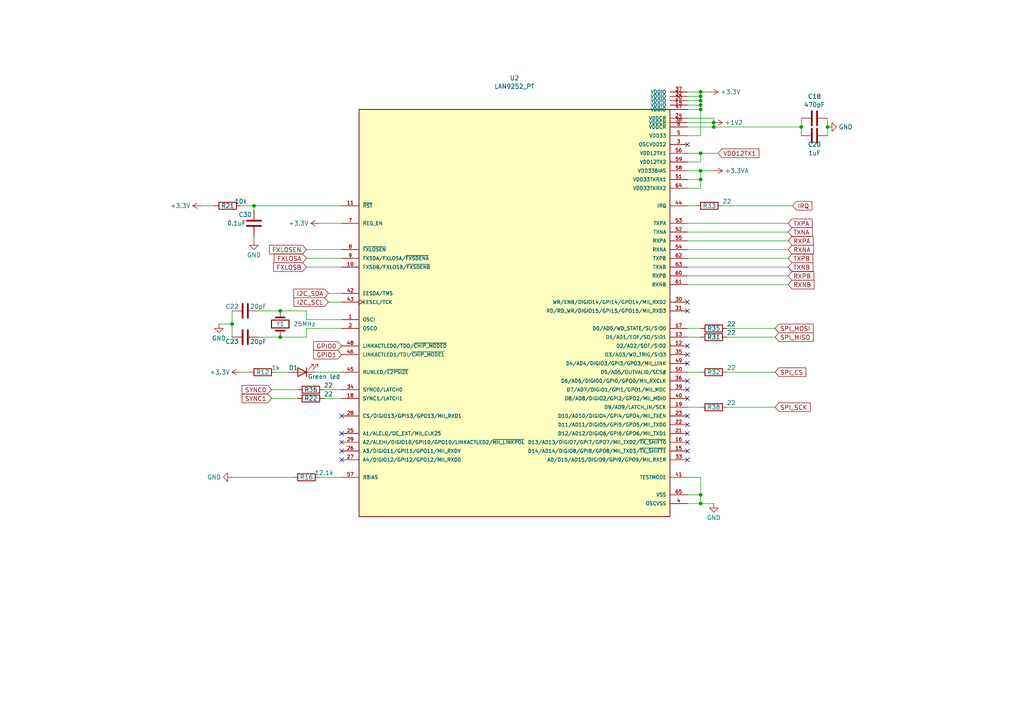
<source format=kicad_sch>
(kicad_sch
	(version 20231120)
	(generator "eeschema")
	(generator_version "8.0")
	(uuid "8e0e23cc-4513-4896-b845-574dd127ce6b")
	(paper "A4")
	(title_block
		(title "THCAD reader")
	)
	(lib_symbols
		(symbol "Device:C"
			(pin_numbers hide)
			(pin_names
				(offset 0.254)
			)
			(exclude_from_sim no)
			(in_bom yes)
			(on_board yes)
			(property "Reference" "C"
				(at 0.635 2.54 0)
				(effects
					(font
						(size 1.27 1.27)
					)
					(justify left)
				)
			)
			(property "Value" "C"
				(at 0.635 -2.54 0)
				(effects
					(font
						(size 1.27 1.27)
					)
					(justify left)
				)
			)
			(property "Footprint" ""
				(at 0.9652 -3.81 0)
				(effects
					(font
						(size 1.27 1.27)
					)
					(hide yes)
				)
			)
			(property "Datasheet" "~"
				(at 0 0 0)
				(effects
					(font
						(size 1.27 1.27)
					)
					(hide yes)
				)
			)
			(property "Description" "Unpolarized capacitor"
				(at 0 0 0)
				(effects
					(font
						(size 1.27 1.27)
					)
					(hide yes)
				)
			)
			(property "ki_keywords" "cap capacitor"
				(at 0 0 0)
				(effects
					(font
						(size 1.27 1.27)
					)
					(hide yes)
				)
			)
			(property "ki_fp_filters" "C_*"
				(at 0 0 0)
				(effects
					(font
						(size 1.27 1.27)
					)
					(hide yes)
				)
			)
			(symbol "C_0_1"
				(polyline
					(pts
						(xy -2.032 -0.762) (xy 2.032 -0.762)
					)
					(stroke
						(width 0.508)
						(type default)
					)
					(fill
						(type none)
					)
				)
				(polyline
					(pts
						(xy -2.032 0.762) (xy 2.032 0.762)
					)
					(stroke
						(width 0.508)
						(type default)
					)
					(fill
						(type none)
					)
				)
			)
			(symbol "C_1_1"
				(pin passive line
					(at 0 3.81 270)
					(length 2.794)
					(name "~"
						(effects
							(font
								(size 1.27 1.27)
							)
						)
					)
					(number "1"
						(effects
							(font
								(size 1.27 1.27)
							)
						)
					)
				)
				(pin passive line
					(at 0 -3.81 90)
					(length 2.794)
					(name "~"
						(effects
							(font
								(size 1.27 1.27)
							)
						)
					)
					(number "2"
						(effects
							(font
								(size 1.27 1.27)
							)
						)
					)
				)
			)
		)
		(symbol "Device:Crystal"
			(pin_numbers hide)
			(pin_names
				(offset 1.016) hide)
			(exclude_from_sim no)
			(in_bom yes)
			(on_board yes)
			(property "Reference" "Y"
				(at 0 3.81 0)
				(effects
					(font
						(size 1.27 1.27)
					)
				)
			)
			(property "Value" "Crystal"
				(at 0 -3.81 0)
				(effects
					(font
						(size 1.27 1.27)
					)
				)
			)
			(property "Footprint" ""
				(at 0 0 0)
				(effects
					(font
						(size 1.27 1.27)
					)
					(hide yes)
				)
			)
			(property "Datasheet" "~"
				(at 0 0 0)
				(effects
					(font
						(size 1.27 1.27)
					)
					(hide yes)
				)
			)
			(property "Description" "Two pin crystal"
				(at 0 0 0)
				(effects
					(font
						(size 1.27 1.27)
					)
					(hide yes)
				)
			)
			(property "ki_keywords" "quartz ceramic resonator oscillator"
				(at 0 0 0)
				(effects
					(font
						(size 1.27 1.27)
					)
					(hide yes)
				)
			)
			(property "ki_fp_filters" "Crystal*"
				(at 0 0 0)
				(effects
					(font
						(size 1.27 1.27)
					)
					(hide yes)
				)
			)
			(symbol "Crystal_0_1"
				(rectangle
					(start -1.143 2.54)
					(end 1.143 -2.54)
					(stroke
						(width 0.3048)
						(type default)
					)
					(fill
						(type none)
					)
				)
				(polyline
					(pts
						(xy -2.54 0) (xy -1.905 0)
					)
					(stroke
						(width 0)
						(type default)
					)
					(fill
						(type none)
					)
				)
				(polyline
					(pts
						(xy -1.905 -1.27) (xy -1.905 1.27)
					)
					(stroke
						(width 0.508)
						(type default)
					)
					(fill
						(type none)
					)
				)
				(polyline
					(pts
						(xy 1.905 -1.27) (xy 1.905 1.27)
					)
					(stroke
						(width 0.508)
						(type default)
					)
					(fill
						(type none)
					)
				)
				(polyline
					(pts
						(xy 2.54 0) (xy 1.905 0)
					)
					(stroke
						(width 0)
						(type default)
					)
					(fill
						(type none)
					)
				)
			)
			(symbol "Crystal_1_1"
				(pin passive line
					(at -3.81 0 0)
					(length 1.27)
					(name "1"
						(effects
							(font
								(size 1.27 1.27)
							)
						)
					)
					(number "1"
						(effects
							(font
								(size 1.27 1.27)
							)
						)
					)
				)
				(pin passive line
					(at 3.81 0 180)
					(length 1.27)
					(name "2"
						(effects
							(font
								(size 1.27 1.27)
							)
						)
					)
					(number "2"
						(effects
							(font
								(size 1.27 1.27)
							)
						)
					)
				)
			)
		)
		(symbol "Device:LED"
			(pin_numbers hide)
			(pin_names
				(offset 1.016) hide)
			(exclude_from_sim no)
			(in_bom yes)
			(on_board yes)
			(property "Reference" "D"
				(at 0 2.54 0)
				(effects
					(font
						(size 1.27 1.27)
					)
				)
			)
			(property "Value" "LED"
				(at 0 -2.54 0)
				(effects
					(font
						(size 1.27 1.27)
					)
				)
			)
			(property "Footprint" ""
				(at 0 0 0)
				(effects
					(font
						(size 1.27 1.27)
					)
					(hide yes)
				)
			)
			(property "Datasheet" "~"
				(at 0 0 0)
				(effects
					(font
						(size 1.27 1.27)
					)
					(hide yes)
				)
			)
			(property "Description" "Light emitting diode"
				(at 0 0 0)
				(effects
					(font
						(size 1.27 1.27)
					)
					(hide yes)
				)
			)
			(property "ki_keywords" "LED diode"
				(at 0 0 0)
				(effects
					(font
						(size 1.27 1.27)
					)
					(hide yes)
				)
			)
			(property "ki_fp_filters" "LED* LED_SMD:* LED_THT:*"
				(at 0 0 0)
				(effects
					(font
						(size 1.27 1.27)
					)
					(hide yes)
				)
			)
			(symbol "LED_0_1"
				(polyline
					(pts
						(xy -1.27 -1.27) (xy -1.27 1.27)
					)
					(stroke
						(width 0.254)
						(type default)
					)
					(fill
						(type none)
					)
				)
				(polyline
					(pts
						(xy -1.27 0) (xy 1.27 0)
					)
					(stroke
						(width 0)
						(type default)
					)
					(fill
						(type none)
					)
				)
				(polyline
					(pts
						(xy 1.27 -1.27) (xy 1.27 1.27) (xy -1.27 0) (xy 1.27 -1.27)
					)
					(stroke
						(width 0.254)
						(type default)
					)
					(fill
						(type none)
					)
				)
				(polyline
					(pts
						(xy -3.048 -0.762) (xy -4.572 -2.286) (xy -3.81 -2.286) (xy -4.572 -2.286) (xy -4.572 -1.524)
					)
					(stroke
						(width 0)
						(type default)
					)
					(fill
						(type none)
					)
				)
				(polyline
					(pts
						(xy -1.778 -0.762) (xy -3.302 -2.286) (xy -2.54 -2.286) (xy -3.302 -2.286) (xy -3.302 -1.524)
					)
					(stroke
						(width 0)
						(type default)
					)
					(fill
						(type none)
					)
				)
			)
			(symbol "LED_1_1"
				(pin passive line
					(at -3.81 0 0)
					(length 2.54)
					(name "K"
						(effects
							(font
								(size 1.27 1.27)
							)
						)
					)
					(number "1"
						(effects
							(font
								(size 1.27 1.27)
							)
						)
					)
				)
				(pin passive line
					(at 3.81 0 180)
					(length 2.54)
					(name "A"
						(effects
							(font
								(size 1.27 1.27)
							)
						)
					)
					(number "2"
						(effects
							(font
								(size 1.27 1.27)
							)
						)
					)
				)
			)
		)
		(symbol "Device:R"
			(pin_numbers hide)
			(pin_names
				(offset 0)
			)
			(exclude_from_sim no)
			(in_bom yes)
			(on_board yes)
			(property "Reference" "R"
				(at 2.032 0 90)
				(effects
					(font
						(size 1.27 1.27)
					)
				)
			)
			(property "Value" "R"
				(at 0 0 90)
				(effects
					(font
						(size 1.27 1.27)
					)
				)
			)
			(property "Footprint" ""
				(at -1.778 0 90)
				(effects
					(font
						(size 1.27 1.27)
					)
					(hide yes)
				)
			)
			(property "Datasheet" "~"
				(at 0 0 0)
				(effects
					(font
						(size 1.27 1.27)
					)
					(hide yes)
				)
			)
			(property "Description" "Resistor"
				(at 0 0 0)
				(effects
					(font
						(size 1.27 1.27)
					)
					(hide yes)
				)
			)
			(property "ki_keywords" "R res resistor"
				(at 0 0 0)
				(effects
					(font
						(size 1.27 1.27)
					)
					(hide yes)
				)
			)
			(property "ki_fp_filters" "R_*"
				(at 0 0 0)
				(effects
					(font
						(size 1.27 1.27)
					)
					(hide yes)
				)
			)
			(symbol "R_0_1"
				(rectangle
					(start -1.016 -2.54)
					(end 1.016 2.54)
					(stroke
						(width 0.254)
						(type default)
					)
					(fill
						(type none)
					)
				)
			)
			(symbol "R_1_1"
				(pin passive line
					(at 0 3.81 270)
					(length 1.27)
					(name "~"
						(effects
							(font
								(size 1.27 1.27)
							)
						)
					)
					(number "1"
						(effects
							(font
								(size 1.27 1.27)
							)
						)
					)
				)
				(pin passive line
					(at 0 -3.81 90)
					(length 1.27)
					(name "~"
						(effects
							(font
								(size 1.27 1.27)
							)
						)
					)
					(number "2"
						(effects
							(font
								(size 1.27 1.27)
							)
						)
					)
				)
			)
		)
		(symbol "LAN9252_PT:LAN9252_PT"
			(pin_names
				(offset 1.016)
			)
			(exclude_from_sim no)
			(in_bom yes)
			(on_board yes)
			(property "Reference" "U"
				(at -60.96 59.69 0)
				(effects
					(font
						(size 1.27 1.27)
					)
					(justify left bottom)
				)
			)
			(property "Value" "LAN9252_PT"
				(at -29.21 -60.96 0)
				(effects
					(font
						(size 1.27 1.27)
					)
					(justify left bottom)
				)
			)
			(property "Footprint" "LAN9252_PT:QFP50P1200X1200X120-65N"
				(at -5.08 6.35 0)
				(effects
					(font
						(size 1.27 1.27)
					)
					(justify bottom)
					(hide yes)
				)
			)
			(property "Datasheet" ""
				(at 0 0 0)
				(effects
					(font
						(size 1.27 1.27)
					)
					(hide yes)
				)
			)
			(property "Description" "\nEthernet Controller 10/100 Base-FX/T/TX PHY SPI Interface 64-TQFP-EP (10x10)\n"
				(at -1.27 10.16 0)
				(effects
					(font
						(size 1.27 1.27)
					)
					(justify bottom)
					(hide yes)
				)
			)
			(property "MF" "Microchip"
				(at -1.27 -13.97 0)
				(effects
					(font
						(size 1.27 1.27)
					)
					(justify bottom)
					(hide yes)
				)
			)
			(property "MAXIMUM_PACKAGE_HEIGHT" "1.2 mm"
				(at 0 -2.54 0)
				(effects
					(font
						(size 1.27 1.27)
					)
					(justify bottom)
					(hide yes)
				)
			)
			(property "Package" "TQFP-64 Microchip"
				(at -1.27 -11.43 0)
				(effects
					(font
						(size 1.27 1.27)
					)
					(justify bottom)
					(hide yes)
				)
			)
			(property "Price" ""
				(at 0 0 0)
				(effects
					(font
						(size 1.27 1.27)
					)
					(justify bottom)
					(hide yes)
				)
			)
			(property "Check_prices" ""
				(at 0 0 0)
				(effects
					(font
						(size 1.27 1.27)
					)
					(justify bottom)
					(hide yes)
				)
			)
			(property "STANDARD" "IPC 7351B"
				(at -1.27 -5.08 0)
				(effects
					(font
						(size 1.27 1.27)
					)
					(justify bottom)
					(hide yes)
				)
			)
			(property "PARTREV" "04-08-15"
				(at -1.27 -13.97 0)
				(effects
					(font
						(size 1.27 1.27)
					)
					(justify bottom)
					(hide yes)
				)
			)
			(property "SnapEDA_Link" ""
				(at 0 0 0)
				(effects
					(font
						(size 1.27 1.27)
					)
					(justify bottom)
					(hide yes)
				)
			)
			(property "MP" "LAN9252/PT"
				(at -2.54 3.81 0)
				(effects
					(font
						(size 1.27 1.27)
					)
					(justify bottom)
					(hide yes)
				)
			)
			(property "Purchase-URL" ""
				(at 0 0 0)
				(effects
					(font
						(size 1.27 1.27)
					)
					(justify bottom)
					(hide yes)
				)
			)
			(property "Availability" ""
				(at 0 -2.54 0)
				(effects
					(font
						(size 1.27 1.27)
					)
					(justify bottom)
					(hide yes)
				)
			)
			(property "MANUFACTURER" "Microchip Technology"
				(at -1.27 -8.89 0)
				(effects
					(font
						(size 1.27 1.27)
					)
					(justify bottom)
					(hide yes)
				)
			)
			(symbol "LAN9252_PT_0_0"
				(rectangle
					(start -29.21 58.42)
					(end 60.96 -59.69)
					(stroke
						(width 0.254)
						(type default)
					)
					(fill
						(type background)
					)
				)
				(pin input line
					(at -34.29 -2.54 0)
					(length 5.08)
					(name "OSCI"
						(effects
							(font
								(size 1.016 1.016)
							)
						)
					)
					(number "1"
						(effects
							(font
								(size 1.016 1.016)
							)
						)
					)
				)
				(pin input line
					(at -34.29 12.7 0)
					(length 5.08)
					(name "FXSDB/FXLOSB/~{FXSDENB}"
						(effects
							(font
								(size 1.016 1.016)
							)
						)
					)
					(number "10"
						(effects
							(font
								(size 1.016 1.016)
							)
						)
					)
				)
				(pin input line
					(at -34.29 30.48 0)
					(length 5.08)
					(name "~{RST}"
						(effects
							(font
								(size 1.016 1.016)
							)
						)
					)
					(number "11"
						(effects
							(font
								(size 1.016 1.016)
							)
						)
					)
				)
				(pin bidirectional line
					(at 66.04 -10.16 180)
					(length 5.08)
					(name "D2/AD2/SOF/SIO2"
						(effects
							(font
								(size 1.016 1.016)
							)
						)
					)
					(number "12"
						(effects
							(font
								(size 1.016 1.016)
							)
						)
					)
				)
				(pin bidirectional line
					(at 66.04 -7.62 180)
					(length 5.08)
					(name "D1/AD1/EOF/SO/SIO1"
						(effects
							(font
								(size 1.016 1.016)
							)
						)
					)
					(number "13"
						(effects
							(font
								(size 1.016 1.016)
							)
						)
					)
				)
				(pin power_in line
					(at 66.04 59.69 180)
					(length 5.08)
					(name "VDDIO"
						(effects
							(font
								(size 1.016 1.016)
							)
						)
					)
					(number "14"
						(effects
							(font
								(size 1.016 1.016)
							)
						)
					)
				)
				(pin bidirectional line
					(at 66.04 -40.64 180)
					(length 5.08)
					(name "D14/AD14/DIGIO8/GPI8/GPO8/MII_TXD3/~{TX_SHIFT1}"
						(effects
							(font
								(size 1.016 1.016)
							)
						)
					)
					(number "15"
						(effects
							(font
								(size 1.016 1.016)
							)
						)
					)
				)
				(pin bidirectional line
					(at 66.04 -38.1 180)
					(length 5.08)
					(name "D13/AD13/DIGIO7/GPI7/GPO7/MII_TXD2/~{TX_SHIFT0}"
						(effects
							(font
								(size 1.016 1.016)
							)
						)
					)
					(number "16"
						(effects
							(font
								(size 1.016 1.016)
							)
						)
					)
				)
				(pin bidirectional line
					(at 66.04 -5.08 180)
					(length 5.08)
					(name "D0/AD0/WD_STATE/SI/SIO0"
						(effects
							(font
								(size 1.016 1.016)
							)
						)
					)
					(number "17"
						(effects
							(font
								(size 1.016 1.016)
							)
						)
					)
				)
				(pin bidirectional line
					(at -34.29 -25.4 0)
					(length 5.08)
					(name "SYNC1/LATCH1"
						(effects
							(font
								(size 1.016 1.016)
							)
						)
					)
					(number "18"
						(effects
							(font
								(size 1.016 1.016)
							)
						)
					)
				)
				(pin bidirectional line
					(at 66.04 -27.94 180)
					(length 5.08)
					(name "D9/AD9/LATCH_IN/SCK"
						(effects
							(font
								(size 1.016 1.016)
							)
						)
					)
					(number "19"
						(effects
							(font
								(size 1.016 1.016)
							)
						)
					)
				)
				(pin output line
					(at -34.29 -5.08 0)
					(length 5.08)
					(name "OSCO"
						(effects
							(font
								(size 1.016 1.016)
							)
						)
					)
					(number "2"
						(effects
							(font
								(size 1.016 1.016)
							)
						)
					)
				)
				(pin power_in line
					(at 66.04 60.96 180)
					(length 5.08)
					(name "VDDIO"
						(effects
							(font
								(size 1.016 1.016)
							)
						)
					)
					(number "20"
						(effects
							(font
								(size 1.016 1.016)
							)
						)
					)
				)
				(pin bidirectional line
					(at 66.04 -35.56 180)
					(length 5.08)
					(name "D12/AD12/DIGIO6/GPI6/GPO6/MII_TXD1"
						(effects
							(font
								(size 1.016 1.016)
							)
						)
					)
					(number "21"
						(effects
							(font
								(size 1.016 1.016)
							)
						)
					)
				)
				(pin bidirectional line
					(at 66.04 -33.02 180)
					(length 5.08)
					(name "D11/AD11/DIGIO5/GPI5/GPO5/MII_TXD0"
						(effects
							(font
								(size 1.016 1.016)
							)
						)
					)
					(number "22"
						(effects
							(font
								(size 1.016 1.016)
							)
						)
					)
				)
				(pin bidirectional line
					(at 66.04 -30.48 180)
					(length 5.08)
					(name "D10/AD10/DIGIO4/GPI4/GPO4/MII_TXEN"
						(effects
							(font
								(size 1.016 1.016)
							)
						)
					)
					(number "23"
						(effects
							(font
								(size 1.016 1.016)
							)
						)
					)
				)
				(pin power_in line
					(at 66.04 55.88 180)
					(length 5.08)
					(name "VDDCR"
						(effects
							(font
								(size 1.016 1.016)
							)
						)
					)
					(number "24"
						(effects
							(font
								(size 1.016 1.016)
							)
						)
					)
				)
				(pin bidirectional line
					(at -34.29 -35.56 0)
					(length 5.08)
					(name "A1/ALELO/OE_EXT/MII_CLK25"
						(effects
							(font
								(size 1.016 1.016)
							)
						)
					)
					(number "25"
						(effects
							(font
								(size 1.016 1.016)
							)
						)
					)
				)
				(pin bidirectional line
					(at -34.29 -40.64 0)
					(length 5.08)
					(name "A3/DIGIO11/GPI11/GPO11/MII_RXDV"
						(effects
							(font
								(size 1.016 1.016)
							)
						)
					)
					(number "26"
						(effects
							(font
								(size 1.016 1.016)
							)
						)
					)
				)
				(pin bidirectional line
					(at -34.29 -43.18 0)
					(length 5.08)
					(name "A4/DIGIO12/GPI12/GPO12/MII_RXD0"
						(effects
							(font
								(size 1.016 1.016)
							)
						)
					)
					(number "27"
						(effects
							(font
								(size 1.016 1.016)
							)
						)
					)
				)
				(pin bidirectional line
					(at -34.29 -30.48 0)
					(length 5.08)
					(name "CS/DIGIO13/GPI13/GPO13/MII_RXD1"
						(effects
							(font
								(size 1.016 1.016)
							)
						)
					)
					(number "28"
						(effects
							(font
								(size 1.016 1.016)
							)
						)
					)
				)
				(pin bidirectional line
					(at -34.29 -38.1 0)
					(length 5.08)
					(name "A2/ALEHI/DIGIO10/GPI10/GPO10/LINKACTLED2/~{MII_LINKPOL}"
						(effects
							(font
								(size 1.016 1.016)
							)
						)
					)
					(number "29"
						(effects
							(font
								(size 1.016 1.016)
							)
						)
					)
				)
				(pin power_in line
					(at 66.04 48.26 180)
					(length 5.08)
					(name "OSCVDD12"
						(effects
							(font
								(size 1.016 1.016)
							)
						)
					)
					(number "3"
						(effects
							(font
								(size 1.016 1.016)
							)
						)
					)
				)
				(pin bidirectional line
					(at 66.04 2.54 180)
					(length 5.08)
					(name "WR/ENB/DIGIO14/GPI14/GPO14/MII_RXD2"
						(effects
							(font
								(size 1.016 1.016)
							)
						)
					)
					(number "30"
						(effects
							(font
								(size 1.016 1.016)
							)
						)
					)
				)
				(pin bidirectional line
					(at 66.04 0 180)
					(length 5.08)
					(name "RD/RD_WR/DIGIO15/GPI15/GPO15/MII_RXD3"
						(effects
							(font
								(size 1.016 1.016)
							)
						)
					)
					(number "31"
						(effects
							(font
								(size 1.016 1.016)
							)
						)
					)
				)
				(pin power_in line
					(at 66.04 62.23 180)
					(length 5.08)
					(name "VDDIO"
						(effects
							(font
								(size 1.016 1.016)
							)
						)
					)
					(number "32"
						(effects
							(font
								(size 1.016 1.016)
							)
						)
					)
				)
				(pin bidirectional line
					(at 66.04 -43.18 180)
					(length 5.08)
					(name "A0/D15/AD15/DIGIO9/GPI9/GPO9/MII_RXER"
						(effects
							(font
								(size 1.016 1.016)
							)
						)
					)
					(number "33"
						(effects
							(font
								(size 1.016 1.016)
							)
						)
					)
				)
				(pin bidirectional line
					(at -34.29 -22.86 0)
					(length 5.08)
					(name "SYNC0/LATCH0"
						(effects
							(font
								(size 1.016 1.016)
							)
						)
					)
					(number "34"
						(effects
							(font
								(size 1.016 1.016)
							)
						)
					)
				)
				(pin bidirectional line
					(at 66.04 -12.7 180)
					(length 5.08)
					(name "D3/AD3/WD_TRIG/SIO3"
						(effects
							(font
								(size 1.016 1.016)
							)
						)
					)
					(number "35"
						(effects
							(font
								(size 1.016 1.016)
							)
						)
					)
				)
				(pin bidirectional line
					(at 66.04 -20.32 180)
					(length 5.08)
					(name "D6/AD6/DIGIO0/GPI0/GPO0/MII_RXCLK"
						(effects
							(font
								(size 1.016 1.016)
							)
						)
					)
					(number "36"
						(effects
							(font
								(size 1.016 1.016)
							)
						)
					)
				)
				(pin power_in line
					(at 66.04 63.5 180)
					(length 5.08)
					(name "VDDIO"
						(effects
							(font
								(size 1.016 1.016)
							)
						)
					)
					(number "37"
						(effects
							(font
								(size 1.016 1.016)
							)
						)
					)
				)
				(pin power_in line
					(at 66.04 54.61 180)
					(length 5.08)
					(name "VDDCR"
						(effects
							(font
								(size 1.016 1.016)
							)
						)
					)
					(number "38"
						(effects
							(font
								(size 1.016 1.016)
							)
						)
					)
				)
				(pin bidirectional line
					(at 66.04 -22.86 180)
					(length 5.08)
					(name "D7/AD7/DIGIO1/GPI1/GPO1/MII_MDC"
						(effects
							(font
								(size 1.016 1.016)
							)
						)
					)
					(number "39"
						(effects
							(font
								(size 1.016 1.016)
							)
						)
					)
				)
				(pin power_in line
					(at 66.04 -55.88 180)
					(length 5.08)
					(name "OSCVSS"
						(effects
							(font
								(size 1.016 1.016)
							)
						)
					)
					(number "4"
						(effects
							(font
								(size 1.016 1.016)
							)
						)
					)
				)
				(pin bidirectional line
					(at 66.04 -25.4 180)
					(length 5.08)
					(name "D8/AD8/DIGIO2/GPI2/GPO2/MII_MDIO"
						(effects
							(font
								(size 1.016 1.016)
							)
						)
					)
					(number "40"
						(effects
							(font
								(size 1.016 1.016)
							)
						)
					)
				)
				(pin input line
					(at 66.04 -48.26 180)
					(length 5.08)
					(name "TESTMODE"
						(effects
							(font
								(size 1.016 1.016)
							)
						)
					)
					(number "41"
						(effects
							(font
								(size 1.016 1.016)
							)
						)
					)
				)
				(pin bidirectional line
					(at -34.29 5.08 0)
					(length 5.08)
					(name "EESDA/TMS"
						(effects
							(font
								(size 1.016 1.016)
							)
						)
					)
					(number "42"
						(effects
							(font
								(size 1.016 1.016)
							)
						)
					)
				)
				(pin output clock
					(at -34.29 2.54 0)
					(length 5.08)
					(name "EESCL/TCK"
						(effects
							(font
								(size 1.016 1.016)
							)
						)
					)
					(number "43"
						(effects
							(font
								(size 1.016 1.016)
							)
						)
					)
				)
				(pin output line
					(at 66.04 30.48 180)
					(length 5.08)
					(name "IRQ"
						(effects
							(font
								(size 1.016 1.016)
							)
						)
					)
					(number "44"
						(effects
							(font
								(size 1.016 1.016)
							)
						)
					)
				)
				(pin bidirectional line
					(at -34.29 -17.78 0)
					(length 5.08)
					(name "RUNLED/~{E2PSIZE}"
						(effects
							(font
								(size 1.016 1.016)
							)
						)
					)
					(number "45"
						(effects
							(font
								(size 1.016 1.016)
							)
						)
					)
				)
				(pin input line
					(at -34.29 -12.7 0)
					(length 5.08)
					(name "LINKACTLED1/TDI/~{CHIP_MODE1}"
						(effects
							(font
								(size 1.016 1.016)
							)
						)
					)
					(number "46"
						(effects
							(font
								(size 1.016 1.016)
							)
						)
					)
				)
				(pin power_in line
					(at 66.04 58.42 180)
					(length 5.08)
					(name "VDDIO"
						(effects
							(font
								(size 1.016 1.016)
							)
						)
					)
					(number "47"
						(effects
							(font
								(size 1.016 1.016)
							)
						)
					)
				)
				(pin output line
					(at -34.29 -10.16 0)
					(length 5.08)
					(name "LINKACTLED0/TDO/~{CHIP_MODE0}"
						(effects
							(font
								(size 1.016 1.016)
							)
						)
					)
					(number "48"
						(effects
							(font
								(size 1.016 1.016)
							)
						)
					)
				)
				(pin bidirectional line
					(at 66.04 -15.24 180)
					(length 5.08)
					(name "D4/AD4/DIGIO3/GPI3/GPO3/MII_LINK"
						(effects
							(font
								(size 1.016 1.016)
							)
						)
					)
					(number "49"
						(effects
							(font
								(size 1.016 1.016)
							)
						)
					)
				)
				(pin power_in line
					(at 66.04 50.8 180)
					(length 5.08)
					(name "VDD33"
						(effects
							(font
								(size 1.016 1.016)
							)
						)
					)
					(number "5"
						(effects
							(font
								(size 1.016 1.016)
							)
						)
					)
				)
				(pin bidirectional line
					(at 66.04 -17.78 180)
					(length 5.08)
					(name "D5/AD5/OUTVALID/SCS#"
						(effects
							(font
								(size 1.016 1.016)
							)
						)
					)
					(number "50"
						(effects
							(font
								(size 1.016 1.016)
							)
						)
					)
				)
				(pin power_in line
					(at 66.04 38.1 180)
					(length 5.08)
					(name "VDD33TXRX1"
						(effects
							(font
								(size 1.016 1.016)
							)
						)
					)
					(number "51"
						(effects
							(font
								(size 1.016 1.016)
							)
						)
					)
				)
				(pin bidirectional line
					(at 66.04 22.86 180)
					(length 5.08)
					(name "TXNA"
						(effects
							(font
								(size 1.016 1.016)
							)
						)
					)
					(number "52"
						(effects
							(font
								(size 1.016 1.016)
							)
						)
					)
				)
				(pin bidirectional line
					(at 66.04 25.4 180)
					(length 5.08)
					(name "TXPA"
						(effects
							(font
								(size 1.016 1.016)
							)
						)
					)
					(number "53"
						(effects
							(font
								(size 1.016 1.016)
							)
						)
					)
				)
				(pin bidirectional line
					(at 66.04 17.78 180)
					(length 5.08)
					(name "RXNA"
						(effects
							(font
								(size 1.016 1.016)
							)
						)
					)
					(number "54"
						(effects
							(font
								(size 1.016 1.016)
							)
						)
					)
				)
				(pin bidirectional line
					(at 66.04 20.32 180)
					(length 5.08)
					(name "RXPA"
						(effects
							(font
								(size 1.016 1.016)
							)
						)
					)
					(number "55"
						(effects
							(font
								(size 1.016 1.016)
							)
						)
					)
				)
				(pin power_in line
					(at 66.04 45.72 180)
					(length 5.08)
					(name "VDD12TX1"
						(effects
							(font
								(size 1.016 1.016)
							)
						)
					)
					(number "56"
						(effects
							(font
								(size 1.016 1.016)
							)
						)
					)
				)
				(pin passive line
					(at -34.29 -48.26 0)
					(length 5.08)
					(name "RBIAS"
						(effects
							(font
								(size 1.016 1.016)
							)
						)
					)
					(number "57"
						(effects
							(font
								(size 1.016 1.016)
							)
						)
					)
				)
				(pin power_in line
					(at 66.04 40.64 180)
					(length 5.08)
					(name "VDD33BIAS"
						(effects
							(font
								(size 1.016 1.016)
							)
						)
					)
					(number "58"
						(effects
							(font
								(size 1.016 1.016)
							)
						)
					)
				)
				(pin power_in line
					(at 66.04 43.18 180)
					(length 5.08)
					(name "VDD12TX2"
						(effects
							(font
								(size 1.016 1.016)
							)
						)
					)
					(number "59"
						(effects
							(font
								(size 1.016 1.016)
							)
						)
					)
				)
				(pin power_in line
					(at 66.04 53.34 180)
					(length 5.08)
					(name "VDDCR"
						(effects
							(font
								(size 1.016 1.016)
							)
						)
					)
					(number "6"
						(effects
							(font
								(size 1.016 1.016)
							)
						)
					)
				)
				(pin bidirectional line
					(at 66.04 10.16 180)
					(length 5.08)
					(name "RXPB"
						(effects
							(font
								(size 1.016 1.016)
							)
						)
					)
					(number "60"
						(effects
							(font
								(size 1.016 1.016)
							)
						)
					)
				)
				(pin bidirectional line
					(at 66.04 7.62 180)
					(length 5.08)
					(name "RXNB"
						(effects
							(font
								(size 1.016 1.016)
							)
						)
					)
					(number "61"
						(effects
							(font
								(size 1.016 1.016)
							)
						)
					)
				)
				(pin bidirectional line
					(at 66.04 15.24 180)
					(length 5.08)
					(name "TXPB"
						(effects
							(font
								(size 1.016 1.016)
							)
						)
					)
					(number "62"
						(effects
							(font
								(size 1.016 1.016)
							)
						)
					)
				)
				(pin bidirectional line
					(at 66.04 12.7 180)
					(length 5.08)
					(name "TXNB"
						(effects
							(font
								(size 1.016 1.016)
							)
						)
					)
					(number "63"
						(effects
							(font
								(size 1.016 1.016)
							)
						)
					)
				)
				(pin power_in line
					(at 66.04 35.56 180)
					(length 5.08)
					(name "VDD33TXRX2"
						(effects
							(font
								(size 1.016 1.016)
							)
						)
					)
					(number "64"
						(effects
							(font
								(size 1.016 1.016)
							)
						)
					)
				)
				(pin power_in line
					(at 66.04 -53.34 180)
					(length 5.08)
					(name "VSS"
						(effects
							(font
								(size 1.016 1.016)
							)
						)
					)
					(number "65"
						(effects
							(font
								(size 1.016 1.016)
							)
						)
					)
				)
				(pin input line
					(at -34.29 25.4 0)
					(length 5.08)
					(name "REG_EN"
						(effects
							(font
								(size 1.016 1.016)
							)
						)
					)
					(number "7"
						(effects
							(font
								(size 1.016 1.016)
							)
						)
					)
				)
				(pin input line
					(at -34.29 17.78 0)
					(length 5.08)
					(name "~{FXLOSEN}"
						(effects
							(font
								(size 1.016 1.016)
							)
						)
					)
					(number "8"
						(effects
							(font
								(size 1.016 1.016)
							)
						)
					)
				)
				(pin input line
					(at -34.29 15.24 0)
					(length 5.08)
					(name "FXSDA/FXLOSA/~{FXSDENA}"
						(effects
							(font
								(size 1.016 1.016)
							)
						)
					)
					(number "9"
						(effects
							(font
								(size 1.016 1.016)
							)
						)
					)
				)
			)
		)
		(symbol "power:+1V2"
			(power)
			(pin_names
				(offset 0)
			)
			(exclude_from_sim no)
			(in_bom yes)
			(on_board yes)
			(property "Reference" "#PWR"
				(at 0 -3.81 0)
				(effects
					(font
						(size 1.27 1.27)
					)
					(hide yes)
				)
			)
			(property "Value" "+1V2"
				(at 0 3.556 0)
				(effects
					(font
						(size 1.27 1.27)
					)
				)
			)
			(property "Footprint" ""
				(at 0 0 0)
				(effects
					(font
						(size 1.27 1.27)
					)
					(hide yes)
				)
			)
			(property "Datasheet" ""
				(at 0 0 0)
				(effects
					(font
						(size 1.27 1.27)
					)
					(hide yes)
				)
			)
			(property "Description" "Power symbol creates a global label with name \"+1V2\""
				(at 0 0 0)
				(effects
					(font
						(size 1.27 1.27)
					)
					(hide yes)
				)
			)
			(property "ki_keywords" "global power"
				(at 0 0 0)
				(effects
					(font
						(size 1.27 1.27)
					)
					(hide yes)
				)
			)
			(symbol "+1V2_0_1"
				(polyline
					(pts
						(xy -0.762 1.27) (xy 0 2.54)
					)
					(stroke
						(width 0)
						(type default)
					)
					(fill
						(type none)
					)
				)
				(polyline
					(pts
						(xy 0 0) (xy 0 2.54)
					)
					(stroke
						(width 0)
						(type default)
					)
					(fill
						(type none)
					)
				)
				(polyline
					(pts
						(xy 0 2.54) (xy 0.762 1.27)
					)
					(stroke
						(width 0)
						(type default)
					)
					(fill
						(type none)
					)
				)
			)
			(symbol "+1V2_1_1"
				(pin power_in line
					(at 0 0 90)
					(length 0) hide
					(name "+1V2"
						(effects
							(font
								(size 1.27 1.27)
							)
						)
					)
					(number "1"
						(effects
							(font
								(size 1.27 1.27)
							)
						)
					)
				)
			)
		)
		(symbol "power:+3.3V"
			(power)
			(pin_names
				(offset 0)
			)
			(exclude_from_sim no)
			(in_bom yes)
			(on_board yes)
			(property "Reference" "#PWR"
				(at 0 -3.81 0)
				(effects
					(font
						(size 1.27 1.27)
					)
					(hide yes)
				)
			)
			(property "Value" "+3.3V"
				(at 0 3.556 0)
				(effects
					(font
						(size 1.27 1.27)
					)
				)
			)
			(property "Footprint" ""
				(at 0 0 0)
				(effects
					(font
						(size 1.27 1.27)
					)
					(hide yes)
				)
			)
			(property "Datasheet" ""
				(at 0 0 0)
				(effects
					(font
						(size 1.27 1.27)
					)
					(hide yes)
				)
			)
			(property "Description" "Power symbol creates a global label with name \"+3.3V\""
				(at 0 0 0)
				(effects
					(font
						(size 1.27 1.27)
					)
					(hide yes)
				)
			)
			(property "ki_keywords" "global power"
				(at 0 0 0)
				(effects
					(font
						(size 1.27 1.27)
					)
					(hide yes)
				)
			)
			(symbol "+3.3V_0_1"
				(polyline
					(pts
						(xy -0.762 1.27) (xy 0 2.54)
					)
					(stroke
						(width 0)
						(type default)
					)
					(fill
						(type none)
					)
				)
				(polyline
					(pts
						(xy 0 0) (xy 0 2.54)
					)
					(stroke
						(width 0)
						(type default)
					)
					(fill
						(type none)
					)
				)
				(polyline
					(pts
						(xy 0 2.54) (xy 0.762 1.27)
					)
					(stroke
						(width 0)
						(type default)
					)
					(fill
						(type none)
					)
				)
			)
			(symbol "+3.3V_1_1"
				(pin power_in line
					(at 0 0 90)
					(length 0) hide
					(name "+3.3V"
						(effects
							(font
								(size 1.27 1.27)
							)
						)
					)
					(number "1"
						(effects
							(font
								(size 1.27 1.27)
							)
						)
					)
				)
			)
		)
		(symbol "power:+3.3VA"
			(power)
			(pin_names
				(offset 0)
			)
			(exclude_from_sim no)
			(in_bom yes)
			(on_board yes)
			(property "Reference" "#PWR"
				(at 0 -3.81 0)
				(effects
					(font
						(size 1.27 1.27)
					)
					(hide yes)
				)
			)
			(property "Value" "+3.3VA"
				(at 0 3.556 0)
				(effects
					(font
						(size 1.27 1.27)
					)
				)
			)
			(property "Footprint" ""
				(at 0 0 0)
				(effects
					(font
						(size 1.27 1.27)
					)
					(hide yes)
				)
			)
			(property "Datasheet" ""
				(at 0 0 0)
				(effects
					(font
						(size 1.27 1.27)
					)
					(hide yes)
				)
			)
			(property "Description" "Power symbol creates a global label with name \"+3.3VA\""
				(at 0 0 0)
				(effects
					(font
						(size 1.27 1.27)
					)
					(hide yes)
				)
			)
			(property "ki_keywords" "global power"
				(at 0 0 0)
				(effects
					(font
						(size 1.27 1.27)
					)
					(hide yes)
				)
			)
			(symbol "+3.3VA_0_1"
				(polyline
					(pts
						(xy -0.762 1.27) (xy 0 2.54)
					)
					(stroke
						(width 0)
						(type default)
					)
					(fill
						(type none)
					)
				)
				(polyline
					(pts
						(xy 0 0) (xy 0 2.54)
					)
					(stroke
						(width 0)
						(type default)
					)
					(fill
						(type none)
					)
				)
				(polyline
					(pts
						(xy 0 2.54) (xy 0.762 1.27)
					)
					(stroke
						(width 0)
						(type default)
					)
					(fill
						(type none)
					)
				)
			)
			(symbol "+3.3VA_1_1"
				(pin power_in line
					(at 0 0 90)
					(length 0) hide
					(name "+3.3VA"
						(effects
							(font
								(size 1.27 1.27)
							)
						)
					)
					(number "1"
						(effects
							(font
								(size 1.27 1.27)
							)
						)
					)
				)
			)
		)
		(symbol "power:GND"
			(power)
			(pin_names
				(offset 0)
			)
			(exclude_from_sim no)
			(in_bom yes)
			(on_board yes)
			(property "Reference" "#PWR"
				(at 0 -6.35 0)
				(effects
					(font
						(size 1.27 1.27)
					)
					(hide yes)
				)
			)
			(property "Value" "GND"
				(at 0 -3.81 0)
				(effects
					(font
						(size 1.27 1.27)
					)
				)
			)
			(property "Footprint" ""
				(at 0 0 0)
				(effects
					(font
						(size 1.27 1.27)
					)
					(hide yes)
				)
			)
			(property "Datasheet" ""
				(at 0 0 0)
				(effects
					(font
						(size 1.27 1.27)
					)
					(hide yes)
				)
			)
			(property "Description" "Power symbol creates a global label with name \"GND\" , ground"
				(at 0 0 0)
				(effects
					(font
						(size 1.27 1.27)
					)
					(hide yes)
				)
			)
			(property "ki_keywords" "global power"
				(at 0 0 0)
				(effects
					(font
						(size 1.27 1.27)
					)
					(hide yes)
				)
			)
			(symbol "GND_0_1"
				(polyline
					(pts
						(xy 0 0) (xy 0 -1.27) (xy 1.27 -1.27) (xy 0 -2.54) (xy -1.27 -1.27) (xy 0 -1.27)
					)
					(stroke
						(width 0)
						(type default)
					)
					(fill
						(type none)
					)
				)
			)
			(symbol "GND_1_1"
				(pin power_in line
					(at 0 0 270)
					(length 0) hide
					(name "GND"
						(effects
							(font
								(size 1.27 1.27)
							)
						)
					)
					(number "1"
						(effects
							(font
								(size 1.27 1.27)
							)
						)
					)
				)
			)
		)
	)
	(junction
		(at 232.41 36.83)
		(diameter 0)
		(color 0 0 0 0)
		(uuid "263248ae-c683-4c59-beaf-7b3864a845a6")
	)
	(junction
		(at 203.2 49.53)
		(diameter 0)
		(color 0 0 0 0)
		(uuid "35ce7528-97c5-4c72-b8a7-1cdf13c5e568")
	)
	(junction
		(at 203.2 30.48)
		(diameter 0)
		(color 0 0 0 0)
		(uuid "40182a86-3837-4701-b1cf-b786b28cd3c5")
	)
	(junction
		(at 67.31 93.98)
		(diameter 0)
		(color 0 0 0 0)
		(uuid "45311484-699d-4b23-9b75-1e2ac8fa83b1")
	)
	(junction
		(at 203.2 143.51)
		(diameter 0)
		(color 0 0 0 0)
		(uuid "48e7757a-d3d6-4527-8ed0-805d726012d7")
	)
	(junction
		(at 203.2 31.75)
		(diameter 0)
		(color 0 0 0 0)
		(uuid "50af12ef-c3bf-4105-bca6-28ed6ddab985")
	)
	(junction
		(at 73.66 59.69)
		(diameter 0)
		(color 0 0 0 0)
		(uuid "75dadb5b-c9f2-43c0-acab-427e64154c21")
	)
	(junction
		(at 203.2 52.07)
		(diameter 0)
		(color 0 0 0 0)
		(uuid "7a83dff4-8ea4-4b67-8647-2913cf0299d2")
	)
	(junction
		(at 240.03 36.83)
		(diameter 0)
		(color 0 0 0 0)
		(uuid "8caaeac5-a2f2-4f62-85d3-be5ce5b8f58f")
	)
	(junction
		(at 203.2 26.67)
		(diameter 0)
		(color 0 0 0 0)
		(uuid "996d558b-c70f-4d29-9dda-9fea9fc9d517")
	)
	(junction
		(at 207.01 35.56)
		(diameter 0)
		(color 0 0 0 0)
		(uuid "a3819a9a-f321-4e8d-9ee4-2c81ec61fa22")
	)
	(junction
		(at 203.2 146.05)
		(diameter 0)
		(color 0 0 0 0)
		(uuid "bbd59ab0-bad3-416e-8073-094e105f8863")
	)
	(junction
		(at 207.01 36.83)
		(diameter 0)
		(color 0 0 0 0)
		(uuid "c1e465c4-b3cf-4aeb-b7f6-bef987018a01")
	)
	(junction
		(at 81.28 90.17)
		(diameter 0)
		(color 0 0 0 0)
		(uuid "d56d31ce-0457-4dc1-be5e-aeef98f3ed50")
	)
	(junction
		(at 81.28 97.79)
		(diameter 0)
		(color 0 0 0 0)
		(uuid "d8d7f2d9-aabb-4171-af91-a5e4b9fc7af2")
	)
	(junction
		(at 203.2 27.94)
		(diameter 0)
		(color 0 0 0 0)
		(uuid "e122817c-650d-4c0d-a34c-3a97414e8ddc")
	)
	(junction
		(at 203.2 44.45)
		(diameter 0)
		(color 0 0 0 0)
		(uuid "e3a974e2-fdde-48f0-aec0-447f4195f7c3")
	)
	(junction
		(at 203.2 29.21)
		(diameter 0)
		(color 0 0 0 0)
		(uuid "f45c08a9-1f16-4428-891e-f72916e63fde")
	)
	(no_connect
		(at 99.06 125.73)
		(uuid "0b0defea-ee25-449f-8c33-e4366a0bb9f1")
	)
	(no_connect
		(at 199.39 110.49)
		(uuid "0bb3991a-2ca5-47f1-b4b6-54c95edf9b68")
	)
	(no_connect
		(at 199.39 90.17)
		(uuid "1f084769-bf82-4697-be3b-eed2fee84671")
	)
	(no_connect
		(at 99.06 128.27)
		(uuid "20b5f4b0-7e17-4409-8a9b-59a1d1a52265")
	)
	(no_connect
		(at 199.39 125.73)
		(uuid "27163c9e-29bc-43f2-b6c0-f0cbf4589490")
	)
	(no_connect
		(at 199.39 115.57)
		(uuid "2e4b5f71-a423-4a75-b714-c575b2c77f81")
	)
	(no_connect
		(at 199.39 133.35)
		(uuid "2e7e23c7-9145-4a83-9272-f915b2d3d466")
	)
	(no_connect
		(at 99.06 133.35)
		(uuid "2f8bd18e-eee7-4bc8-9c83-ee22123d9c9e")
	)
	(no_connect
		(at 199.39 123.19)
		(uuid "38f6ace8-3a1e-4dc1-b0a5-50d591a7b9bb")
	)
	(no_connect
		(at 199.39 113.03)
		(uuid "51dd6d41-45bd-4fce-8e8c-37233f81a50f")
	)
	(no_connect
		(at 199.39 128.27)
		(uuid "57df11f1-7fd8-44db-af41-7c215a2306ec")
	)
	(no_connect
		(at 199.39 105.41)
		(uuid "7c92b909-91ce-466f-a913-db80d14794aa")
	)
	(no_connect
		(at 99.06 120.65)
		(uuid "92c3c59a-d551-4b98-800b-c9cfeb37556b")
	)
	(no_connect
		(at 199.39 120.65)
		(uuid "a724d08b-1960-4627-b3b5-f5a2da803a86")
	)
	(no_connect
		(at 199.39 41.91)
		(uuid "b3ec83a1-5cf8-490e-ba08-02e97f4f2b35")
	)
	(no_connect
		(at 99.06 130.81)
		(uuid "b925b8ee-bfc6-449d-8f33-12997e98fa64")
	)
	(no_connect
		(at 199.39 102.87)
		(uuid "e23c5168-ac9c-4d4d-805b-cf203899cccf")
	)
	(no_connect
		(at 199.39 100.33)
		(uuid "eba985ec-9da0-4d32-86c0-e84383c05a32")
	)
	(no_connect
		(at 199.39 87.63)
		(uuid "f1d90b64-b63c-4400-a05c-1c660ee3763a")
	)
	(no_connect
		(at 199.39 130.81)
		(uuid "faacae21-938b-491a-b71f-1c35640ab185")
	)
	(wire
		(pts
			(xy 199.39 31.75) (xy 203.2 31.75)
		)
		(stroke
			(width 0)
			(type default)
		)
		(uuid "0296f0ac-b199-445c-a506-24ae78985d0a")
	)
	(wire
		(pts
			(xy 203.2 49.53) (xy 203.2 52.07)
		)
		(stroke
			(width 0)
			(type default)
		)
		(uuid "033a5f78-dfb9-4866-b81f-bf8f59f3b565")
	)
	(wire
		(pts
			(xy 199.39 39.37) (xy 203.2 39.37)
		)
		(stroke
			(width 0)
			(type default)
		)
		(uuid "037b5234-b694-4d23-8134-6e89083d36f1")
	)
	(wire
		(pts
			(xy 207.01 36.83) (xy 207.01 35.56)
		)
		(stroke
			(width 0)
			(type default)
		)
		(uuid "06129de6-1a41-4789-b1c7-e3437e8015ff")
	)
	(wire
		(pts
			(xy 199.39 52.07) (xy 203.2 52.07)
		)
		(stroke
			(width 0)
			(type default)
		)
		(uuid "0644901a-57eb-4149-9cfa-58a1a8d41042")
	)
	(wire
		(pts
			(xy 203.2 29.21) (xy 203.2 27.94)
		)
		(stroke
			(width 0)
			(type default)
		)
		(uuid "090a2e5b-7d79-45bb-85f8-3d68cf8270bc")
	)
	(wire
		(pts
			(xy 203.2 49.53) (xy 207.01 49.53)
		)
		(stroke
			(width 0)
			(type default)
		)
		(uuid "0c1ca199-356a-4c97-859a-6b2195bc7670")
	)
	(wire
		(pts
			(xy 88.9 74.93) (xy 99.06 74.93)
		)
		(stroke
			(width 0)
			(type default)
		)
		(uuid "0e1ce884-9aa2-44bc-a42a-eebb802de072")
	)
	(wire
		(pts
			(xy 232.41 36.83) (xy 232.41 39.37)
		)
		(stroke
			(width 0)
			(type default)
		)
		(uuid "0f3f0d10-bd82-40f0-a766-7e787384f20a")
	)
	(wire
		(pts
			(xy 99.06 95.25) (xy 88.9 95.25)
		)
		(stroke
			(width 0)
			(type default)
		)
		(uuid "11e2123a-d366-4d7b-bbf1-d49fd0828289")
	)
	(wire
		(pts
			(xy 203.2 31.75) (xy 203.2 30.48)
		)
		(stroke
			(width 0)
			(type default)
		)
		(uuid "11e90560-98b8-4cfd-9fbd-d2d2e5d37748")
	)
	(wire
		(pts
			(xy 67.31 93.98) (xy 67.31 97.79)
		)
		(stroke
			(width 0)
			(type default)
		)
		(uuid "166ace2d-027a-4107-903f-67eab5ac8895")
	)
	(wire
		(pts
			(xy 199.39 36.83) (xy 207.01 36.83)
		)
		(stroke
			(width 0)
			(type default)
		)
		(uuid "1a1c30d8-c5ea-4347-ab74-5c2a18eef65c")
	)
	(wire
		(pts
			(xy 199.39 118.11) (xy 203.2 118.11)
		)
		(stroke
			(width 0)
			(type default)
		)
		(uuid "1bfd686c-bc9c-45f0-82eb-b06a70f3a558")
	)
	(wire
		(pts
			(xy 58.42 59.69) (xy 62.23 59.69)
		)
		(stroke
			(width 0)
			(type default)
		)
		(uuid "1c1d1c3a-23f6-408f-8dd2-1b28ebfd06a0")
	)
	(wire
		(pts
			(xy 203.2 54.61) (xy 203.2 52.07)
		)
		(stroke
			(width 0)
			(type default)
		)
		(uuid "20a9d3e9-713c-4f3b-989f-2034dc914e54")
	)
	(wire
		(pts
			(xy 199.39 64.77) (xy 228.6 64.77)
		)
		(stroke
			(width 0)
			(type default)
		)
		(uuid "2b42ca62-436b-42d5-96e2-4eecbf87a9b8")
	)
	(wire
		(pts
			(xy 88.9 92.71) (xy 88.9 90.17)
		)
		(stroke
			(width 0)
			(type default)
		)
		(uuid "2eddf64f-d65e-418c-8222-6578d96f84ce")
	)
	(wire
		(pts
			(xy 203.2 30.48) (xy 203.2 29.21)
		)
		(stroke
			(width 0)
			(type default)
		)
		(uuid "3123f259-abbc-4f7d-8562-e088b5c0d98f")
	)
	(wire
		(pts
			(xy 207.01 34.29) (xy 207.01 35.56)
		)
		(stroke
			(width 0)
			(type default)
		)
		(uuid "314ed0ac-ad26-46ac-b0e0-9f3c397d0aa5")
	)
	(wire
		(pts
			(xy 67.31 138.43) (xy 85.09 138.43)
		)
		(stroke
			(width 0)
			(type default)
		)
		(uuid "326a33bf-86ea-4ccf-9bfc-e5f30441b4f3")
	)
	(wire
		(pts
			(xy 99.06 92.71) (xy 88.9 92.71)
		)
		(stroke
			(width 0)
			(type default)
		)
		(uuid "3cd604ae-b315-4744-914c-ead573e64379")
	)
	(wire
		(pts
			(xy 199.39 143.51) (xy 203.2 143.51)
		)
		(stroke
			(width 0)
			(type default)
		)
		(uuid "3d5df95f-4167-4e67-a7b2-b718cc811a07")
	)
	(wire
		(pts
			(xy 81.28 90.17) (xy 88.9 90.17)
		)
		(stroke
			(width 0)
			(type default)
		)
		(uuid "41df87ba-7196-4c08-9b1c-a8be48effcbd")
	)
	(wire
		(pts
			(xy 240.03 36.83) (xy 240.03 39.37)
		)
		(stroke
			(width 0)
			(type default)
		)
		(uuid "4362b448-7c4c-4961-a80d-7249c362e00f")
	)
	(wire
		(pts
			(xy 69.85 107.95) (xy 72.39 107.95)
		)
		(stroke
			(width 0)
			(type default)
		)
		(uuid "49d4f0c8-422b-409c-9014-1b0fb767f8de")
	)
	(wire
		(pts
			(xy 199.39 34.29) (xy 207.01 34.29)
		)
		(stroke
			(width 0)
			(type default)
		)
		(uuid "4be8965a-646f-4cb8-92c7-ba6d517dc770")
	)
	(wire
		(pts
			(xy 199.39 146.05) (xy 203.2 146.05)
		)
		(stroke
			(width 0)
			(type default)
		)
		(uuid "4cd97502-31ae-498f-8606-6703649c54b1")
	)
	(wire
		(pts
			(xy 199.39 138.43) (xy 203.2 138.43)
		)
		(stroke
			(width 0)
			(type default)
		)
		(uuid "55e315a2-f64a-4aed-ad92-072d6778bfe7")
	)
	(wire
		(pts
			(xy 78.74 115.57) (xy 86.36 115.57)
		)
		(stroke
			(width 0)
			(type default)
		)
		(uuid "59f771b7-46ff-43cb-94e8-60f9876a85bd")
	)
	(wire
		(pts
			(xy 73.66 59.69) (xy 99.06 59.69)
		)
		(stroke
			(width 0)
			(type default)
		)
		(uuid "5abfc41a-281d-4279-8ea4-68027869326d")
	)
	(wire
		(pts
			(xy 199.39 30.48) (xy 203.2 30.48)
		)
		(stroke
			(width 0)
			(type default)
		)
		(uuid "5b6c3123-a179-4dde-b5da-c7f4d0d93354")
	)
	(wire
		(pts
			(xy 199.39 29.21) (xy 203.2 29.21)
		)
		(stroke
			(width 0)
			(type default)
		)
		(uuid "5c2376f5-f349-4cb7-9eec-4943954577d9")
	)
	(wire
		(pts
			(xy 199.39 59.69) (xy 201.93 59.69)
		)
		(stroke
			(width 0)
			(type default)
		)
		(uuid "607b6b26-9bfe-4148-88ff-7868cb25ff4e")
	)
	(wire
		(pts
			(xy 199.39 54.61) (xy 203.2 54.61)
		)
		(stroke
			(width 0)
			(type default)
		)
		(uuid "6180e0a8-b5e4-495c-a4d3-417393b6a954")
	)
	(wire
		(pts
			(xy 67.31 90.17) (xy 67.31 93.98)
		)
		(stroke
			(width 0)
			(type default)
		)
		(uuid "641e1660-9219-419d-a017-998a86432a0c")
	)
	(wire
		(pts
			(xy 199.39 46.99) (xy 203.2 46.99)
		)
		(stroke
			(width 0)
			(type default)
		)
		(uuid "66d78c52-9e6b-4dd4-b251-cf568f75d097")
	)
	(wire
		(pts
			(xy 199.39 95.25) (xy 203.2 95.25)
		)
		(stroke
			(width 0)
			(type default)
		)
		(uuid "66ea9470-7388-4f38-bdea-494a2b36a01c")
	)
	(wire
		(pts
			(xy 199.39 72.39) (xy 228.6 72.39)
		)
		(stroke
			(width 0)
			(type default)
		)
		(uuid "677bb394-25ed-4f07-8740-4ec06683c46c")
	)
	(wire
		(pts
			(xy 199.39 69.85) (xy 228.6 69.85)
		)
		(stroke
			(width 0)
			(type default)
		)
		(uuid "69619d7b-d72b-413a-ae49-6773668cb2e8")
	)
	(wire
		(pts
			(xy 203.2 44.45) (xy 208.28 44.45)
		)
		(stroke
			(width 0)
			(type default)
		)
		(uuid "69c73883-524e-440e-8181-ef9840bf2723")
	)
	(wire
		(pts
			(xy 199.39 67.31) (xy 228.6 67.31)
		)
		(stroke
			(width 0)
			(type default)
		)
		(uuid "69f5b5d6-0258-40c3-9cfb-d5f800f31507")
	)
	(wire
		(pts
			(xy 199.39 107.95) (xy 203.2 107.95)
		)
		(stroke
			(width 0)
			(type default)
		)
		(uuid "6d614971-2f2a-4ee3-a601-0a6391a577f7")
	)
	(wire
		(pts
			(xy 224.79 97.79) (xy 210.82 97.79)
		)
		(stroke
			(width 0)
			(type default)
		)
		(uuid "6e4d3d4b-bb7a-4b93-b1f6-75afa0458de8")
	)
	(wire
		(pts
			(xy 224.79 118.11) (xy 210.82 118.11)
		)
		(stroke
			(width 0)
			(type default)
		)
		(uuid "71ee1104-e618-4262-95b3-4915d225423c")
	)
	(wire
		(pts
			(xy 199.39 27.94) (xy 203.2 27.94)
		)
		(stroke
			(width 0)
			(type default)
		)
		(uuid "7475ec4e-87ee-4352-a0be-04b214ec176b")
	)
	(wire
		(pts
			(xy 81.28 97.79) (xy 88.9 97.79)
		)
		(stroke
			(width 0)
			(type default)
		)
		(uuid "74b92687-e83a-4823-9d50-ebbbcc66c3d2")
	)
	(wire
		(pts
			(xy 91.44 107.95) (xy 99.06 107.95)
		)
		(stroke
			(width 0)
			(type default)
		)
		(uuid "7509e649-8907-408b-95bd-e3df14f30f35")
	)
	(wire
		(pts
			(xy 203.2 26.67) (xy 203.2 27.94)
		)
		(stroke
			(width 0)
			(type default)
		)
		(uuid "7765c812-4597-428f-93d1-fbe8d06447a9")
	)
	(wire
		(pts
			(xy 88.9 95.25) (xy 88.9 97.79)
		)
		(stroke
			(width 0)
			(type default)
		)
		(uuid "797f9aa8-c19f-4ae6-a5a9-d55557412faa")
	)
	(wire
		(pts
			(xy 224.79 107.95) (xy 210.82 107.95)
		)
		(stroke
			(width 0)
			(type default)
		)
		(uuid "7e831c0d-2b17-4702-9764-cef7eb02c168")
	)
	(wire
		(pts
			(xy 203.2 26.67) (xy 205.74 26.67)
		)
		(stroke
			(width 0)
			(type default)
		)
		(uuid "80d92dce-f6d3-40aa-9791-ba3615845ec0")
	)
	(wire
		(pts
			(xy 74.93 90.17) (xy 81.28 90.17)
		)
		(stroke
			(width 0)
			(type default)
		)
		(uuid "8111aa02-2d59-472b-baf7-4f73615a1530")
	)
	(wire
		(pts
			(xy 203.2 143.51) (xy 203.2 146.05)
		)
		(stroke
			(width 0)
			(type default)
		)
		(uuid "83048e9e-11e4-4d66-bab5-5af50c854da3")
	)
	(wire
		(pts
			(xy 203.2 39.37) (xy 203.2 31.75)
		)
		(stroke
			(width 0)
			(type default)
		)
		(uuid "831aa00b-e73a-4717-81a2-cb08af7cb257")
	)
	(wire
		(pts
			(xy 224.79 95.25) (xy 210.82 95.25)
		)
		(stroke
			(width 0)
			(type default)
		)
		(uuid "834967a7-eeb6-455e-9f65-f24d9bdb4160")
	)
	(wire
		(pts
			(xy 199.39 82.55) (xy 228.6 82.55)
		)
		(stroke
			(width 0)
			(type default)
		)
		(uuid "949080a7-0f3c-4a24-b3b0-fc68687819d1")
	)
	(wire
		(pts
			(xy 88.9 72.39) (xy 99.06 72.39)
		)
		(stroke
			(width 0)
			(type default)
		)
		(uuid "9c6feda0-295d-4f73-b618-e1454dd9a03c")
	)
	(wire
		(pts
			(xy 199.39 74.93) (xy 228.6 74.93)
		)
		(stroke
			(width 0)
			(type default)
		)
		(uuid "9f100c0d-3619-477a-b66a-d9b4fc225df4")
	)
	(wire
		(pts
			(xy 93.98 113.03) (xy 99.06 113.03)
		)
		(stroke
			(width 0)
			(type default)
		)
		(uuid "a17a33ea-03bc-4932-b594-e76c31698f1c")
	)
	(wire
		(pts
			(xy 92.71 138.43) (xy 99.06 138.43)
		)
		(stroke
			(width 0)
			(type default)
		)
		(uuid "a6ad82e5-7dda-4e7e-8ad8-5794ab56ec81")
	)
	(wire
		(pts
			(xy 93.98 115.57) (xy 99.06 115.57)
		)
		(stroke
			(width 0)
			(type default)
		)
		(uuid "a8a1289f-fb82-405e-9d0d-2eafaee2f393")
	)
	(wire
		(pts
			(xy 73.66 59.69) (xy 69.85 59.69)
		)
		(stroke
			(width 0)
			(type default)
		)
		(uuid "a9aeeea2-3202-451b-b4f3-96a8dfc4ecc3")
	)
	(wire
		(pts
			(xy 207.01 36.83) (xy 232.41 36.83)
		)
		(stroke
			(width 0)
			(type default)
		)
		(uuid "ab6c6aa3-0c7b-45b1-8826-34d8e615149d")
	)
	(wire
		(pts
			(xy 199.39 35.56) (xy 207.01 35.56)
		)
		(stroke
			(width 0)
			(type default)
		)
		(uuid "b0470e5b-15aa-4b11-8ee9-ae8baaf275d1")
	)
	(wire
		(pts
			(xy 199.39 44.45) (xy 203.2 44.45)
		)
		(stroke
			(width 0)
			(type default)
		)
		(uuid "b25466ad-edac-43a2-be48-4f720f171d29")
	)
	(wire
		(pts
			(xy 80.01 107.95) (xy 83.82 107.95)
		)
		(stroke
			(width 0)
			(type default)
		)
		(uuid "b2aaaa50-c569-40d5-8a68-2b3dcf7ea98a")
	)
	(wire
		(pts
			(xy 199.39 80.01) (xy 228.6 80.01)
		)
		(stroke
			(width 0)
			(type default)
		)
		(uuid "b77caa19-853e-4e6e-b5d7-80a0f0458340")
	)
	(wire
		(pts
			(xy 199.39 26.67) (xy 203.2 26.67)
		)
		(stroke
			(width 0)
			(type default)
		)
		(uuid "b960e25d-4e14-454d-9245-7ac952e7720d")
	)
	(wire
		(pts
			(xy 232.41 34.29) (xy 232.41 36.83)
		)
		(stroke
			(width 0)
			(type default)
		)
		(uuid "c032e933-071d-4e55-805d-18b798989a02")
	)
	(wire
		(pts
			(xy 199.39 97.79) (xy 203.2 97.79)
		)
		(stroke
			(width 0)
			(type default)
		)
		(uuid "c25329be-4902-4d62-b619-3ffb7c76e67e")
	)
	(wire
		(pts
			(xy 88.9 77.47) (xy 99.06 77.47)
		)
		(stroke
			(width 0)
			(type default)
		)
		(uuid "c573af96-ac41-4d3a-8598-1793f3b3f6e3")
	)
	(wire
		(pts
			(xy 73.66 60.96) (xy 73.66 59.69)
		)
		(stroke
			(width 0)
			(type default)
		)
		(uuid "ca524f50-30bf-4481-abfc-f0fa162c58bc")
	)
	(wire
		(pts
			(xy 92.71 64.77) (xy 99.06 64.77)
		)
		(stroke
			(width 0)
			(type default)
		)
		(uuid "d2b300ef-96d7-44a4-9975-74625c647939")
	)
	(wire
		(pts
			(xy 240.03 34.29) (xy 240.03 36.83)
		)
		(stroke
			(width 0)
			(type default)
		)
		(uuid "d900628a-ee30-4e82-b047-63bbc2791f2c")
	)
	(wire
		(pts
			(xy 73.66 68.58) (xy 73.66 69.85)
		)
		(stroke
			(width 0)
			(type default)
		)
		(uuid "dceec1f4-1073-4500-96d6-ed0c21897780")
	)
	(wire
		(pts
			(xy 95.25 85.09) (xy 99.06 85.09)
		)
		(stroke
			(width 0)
			(type default)
		)
		(uuid "de543030-ad89-42f7-9a09-63449449f2ba")
	)
	(wire
		(pts
			(xy 199.39 77.47) (xy 228.6 77.47)
		)
		(stroke
			(width 0)
			(type default)
		)
		(uuid "e0f1afc7-bbb3-43be-9517-2de74b2820b3")
	)
	(wire
		(pts
			(xy 203.2 138.43) (xy 203.2 143.51)
		)
		(stroke
			(width 0)
			(type default)
		)
		(uuid "e1a810be-9f0b-4042-a3d4-913838172946")
	)
	(wire
		(pts
			(xy 199.39 49.53) (xy 203.2 49.53)
		)
		(stroke
			(width 0)
			(type default)
		)
		(uuid "e3beed2e-c202-4acc-a04a-02d56e94ad1f")
	)
	(wire
		(pts
			(xy 229.87 59.69) (xy 209.55 59.69)
		)
		(stroke
			(width 0)
			(type default)
		)
		(uuid "e4682950-2e91-47b4-a7a1-2bfafdd7fb93")
	)
	(wire
		(pts
			(xy 63.5 93.98) (xy 67.31 93.98)
		)
		(stroke
			(width 0)
			(type default)
		)
		(uuid "e48bc773-01fd-4b4e-b7ef-5792a2e60352")
	)
	(wire
		(pts
			(xy 78.74 113.03) (xy 86.36 113.03)
		)
		(stroke
			(width 0)
			(type default)
		)
		(uuid "e55661b2-00ff-49f2-bb05-bf9b87fc560d")
	)
	(wire
		(pts
			(xy 95.25 87.63) (xy 99.06 87.63)
		)
		(stroke
			(width 0)
			(type default)
		)
		(uuid "f1c0a0a9-4eac-421d-99ca-d959697e9692")
	)
	(wire
		(pts
			(xy 203.2 46.99) (xy 203.2 44.45)
		)
		(stroke
			(width 0)
			(type default)
		)
		(uuid "f3f0657d-047d-4ca3-a1b0-e2876a18c3ab")
	)
	(wire
		(pts
			(xy 74.93 97.79) (xy 81.28 97.79)
		)
		(stroke
			(width 0)
			(type default)
		)
		(uuid "f79924f5-de30-4358-a7f7-54b4d8f9d3d1")
	)
	(wire
		(pts
			(xy 203.2 146.05) (xy 207.01 146.05)
		)
		(stroke
			(width 0)
			(type default)
		)
		(uuid "ff120a1e-0d2f-4568-8c86-c4c5c56152a4")
	)
	(global_label "SPI_MISO"
		(shape input)
		(at 224.79 97.79 0)
		(fields_autoplaced yes)
		(effects
			(font
				(size 1.27 1.27)
			)
			(justify left)
		)
		(uuid "03bca499-0fd1-4060-88e4-22ecdc84e78f")
		(property "Intersheetrefs" "${INTERSHEET_REFS}"
			(at 236.4233 97.79 0)
			(effects
				(font
					(size 1.27 1.27)
				)
				(justify left)
				(hide yes)
			)
		)
	)
	(global_label "GPIO0"
		(shape input)
		(at 99.06 100.33 180)
		(fields_autoplaced yes)
		(effects
			(font
				(size 1.27 1.27)
			)
			(justify right)
		)
		(uuid "07ef20f6-d322-4030-9e63-3f7218b03ee8")
		(property "Intersheetrefs" "${INTERSHEET_REFS}"
			(at 90.39 100.33 0)
			(effects
				(font
					(size 1.27 1.27)
				)
				(justify right)
				(hide yes)
			)
		)
	)
	(global_label "SYNC0"
		(shape input)
		(at 78.74 113.03 180)
		(fields_autoplaced yes)
		(effects
			(font
				(size 1.27 1.27)
			)
			(justify right)
		)
		(uuid "095be6cd-1a5f-4b06-9f02-17a95e785e12")
		(property "Intersheetrefs" "${INTERSHEET_REFS}"
			(at 69.6467 113.03 0)
			(effects
				(font
					(size 1.27 1.27)
				)
				(justify right)
				(hide yes)
			)
		)
	)
	(global_label "RXPA"
		(shape input)
		(at 228.6 69.85 0)
		(fields_autoplaced yes)
		(effects
			(font
				(size 1.27 1.27)
			)
			(justify left)
		)
		(uuid "2ccdac07-fa5a-4daa-959a-a2e5aceab432")
		(property "Intersheetrefs" "${INTERSHEET_REFS}"
			(at 236.4233 69.85 0)
			(effects
				(font
					(size 1.27 1.27)
				)
				(justify left)
				(hide yes)
			)
		)
	)
	(global_label "FXLOSEN"
		(shape input)
		(at 88.9 72.39 180)
		(fields_autoplaced yes)
		(effects
			(font
				(size 1.27 1.27)
			)
			(justify right)
		)
		(uuid "3dea8708-dd89-4f65-8538-db18f94e2060")
		(property "Intersheetrefs" "${INTERSHEET_REFS}"
			(at 77.5691 72.39 0)
			(effects
				(font
					(size 1.27 1.27)
				)
				(justify right)
				(hide yes)
			)
		)
	)
	(global_label "IRQ"
		(shape input)
		(at 229.87 59.69 0)
		(fields_autoplaced yes)
		(effects
			(font
				(size 1.27 1.27)
			)
			(justify left)
		)
		(uuid "459438bd-3a3f-4338-a861-e42732e928ae")
		(property "Intersheetrefs" "${INTERSHEET_REFS}"
			(at 236.0605 59.69 0)
			(effects
				(font
					(size 1.27 1.27)
				)
				(justify left)
				(hide yes)
			)
		)
	)
	(global_label "TXPA"
		(shape input)
		(at 228.6 64.77 0)
		(fields_autoplaced yes)
		(effects
			(font
				(size 1.27 1.27)
			)
			(justify left)
		)
		(uuid "63b92ab5-3170-48b4-8e20-92fb822bdc13")
		(property "Intersheetrefs" "${INTERSHEET_REFS}"
			(at 236.1209 64.77 0)
			(effects
				(font
					(size 1.27 1.27)
				)
				(justify left)
				(hide yes)
			)
		)
	)
	(global_label "GPIO1"
		(shape input)
		(at 99.06 102.87 180)
		(fields_autoplaced yes)
		(effects
			(font
				(size 1.27 1.27)
			)
			(justify right)
		)
		(uuid "64a4070c-beb3-4a3f-9733-570273e35b3a")
		(property "Intersheetrefs" "${INTERSHEET_REFS}"
			(at 90.39 102.87 0)
			(effects
				(font
					(size 1.27 1.27)
				)
				(justify right)
				(hide yes)
			)
		)
	)
	(global_label "FXLOSB"
		(shape input)
		(at 88.9 77.47 180)
		(fields_autoplaced yes)
		(effects
			(font
				(size 1.27 1.27)
			)
			(justify right)
		)
		(uuid "697a9f10-88d8-4b5a-9095-038b4bd4a395")
		(property "Intersheetrefs" "${INTERSHEET_REFS}"
			(at 78.7786 77.47 0)
			(effects
				(font
					(size 1.27 1.27)
				)
				(justify right)
				(hide yes)
			)
		)
	)
	(global_label "RXNA"
		(shape input)
		(at 228.6 72.39 0)
		(fields_autoplaced yes)
		(effects
			(font
				(size 1.27 1.27)
			)
			(justify left)
		)
		(uuid "6a392129-ec4c-4032-90a0-19929dc469bd")
		(property "Intersheetrefs" "${INTERSHEET_REFS}"
			(at 236.4838 72.39 0)
			(effects
				(font
					(size 1.27 1.27)
				)
				(justify left)
				(hide yes)
			)
		)
	)
	(global_label "TXPB"
		(shape input)
		(at 228.6 74.93 0)
		(fields_autoplaced yes)
		(effects
			(font
				(size 1.27 1.27)
			)
			(justify left)
		)
		(uuid "7ebec443-6e61-4d47-8867-a3f837f30fae")
		(property "Intersheetrefs" "${INTERSHEET_REFS}"
			(at 236.3023 74.93 0)
			(effects
				(font
					(size 1.27 1.27)
				)
				(justify left)
				(hide yes)
			)
		)
	)
	(global_label "VDD12TX1"
		(shape input)
		(at 208.28 44.45 0)
		(fields_autoplaced yes)
		(effects
			(font
				(size 1.27 1.27)
			)
			(justify left)
		)
		(uuid "8544a949-42a5-4ce9-bda1-3055e3fba7b5")
		(property "Intersheetrefs" "${INTERSHEET_REFS}"
			(at 220.6994 44.45 0)
			(effects
				(font
					(size 1.27 1.27)
				)
				(justify left)
				(hide yes)
			)
		)
	)
	(global_label "SPI_SCK"
		(shape input)
		(at 224.79 118.11 0)
		(fields_autoplaced yes)
		(effects
			(font
				(size 1.27 1.27)
			)
			(justify left)
		)
		(uuid "8fe363ce-447c-44d2-ac5c-e4094f9f2790")
		(property "Intersheetrefs" "${INTERSHEET_REFS}"
			(at 235.5766 118.11 0)
			(effects
				(font
					(size 1.27 1.27)
				)
				(justify left)
				(hide yes)
			)
		)
	)
	(global_label "TXNB"
		(shape input)
		(at 228.6 77.47 0)
		(fields_autoplaced yes)
		(effects
			(font
				(size 1.27 1.27)
			)
			(justify left)
		)
		(uuid "9a133ace-436f-4faf-9641-56cd75008071")
		(property "Intersheetrefs" "${INTERSHEET_REFS}"
			(at 236.3628 77.47 0)
			(effects
				(font
					(size 1.27 1.27)
				)
				(justify left)
				(hide yes)
			)
		)
	)
	(global_label "FXLOSA"
		(shape input)
		(at 88.9 74.93 180)
		(fields_autoplaced yes)
		(effects
			(font
				(size 1.27 1.27)
			)
			(justify right)
		)
		(uuid "a44db430-c825-456f-939e-ba02d05a799c")
		(property "Intersheetrefs" "${INTERSHEET_REFS}"
			(at 78.96 74.93 0)
			(effects
				(font
					(size 1.27 1.27)
				)
				(justify right)
				(hide yes)
			)
		)
	)
	(global_label "SPI_MOSI"
		(shape input)
		(at 224.79 95.25 0)
		(fields_autoplaced yes)
		(effects
			(font
				(size 1.27 1.27)
			)
			(justify left)
		)
		(uuid "ae1bcad8-37dd-4be7-a44e-7541b8d112a5")
		(property "Intersheetrefs" "${INTERSHEET_REFS}"
			(at 236.4233 95.25 0)
			(effects
				(font
					(size 1.27 1.27)
				)
				(justify left)
				(hide yes)
			)
		)
	)
	(global_label "RXNB"
		(shape input)
		(at 228.6 82.55 0)
		(fields_autoplaced yes)
		(effects
			(font
				(size 1.27 1.27)
			)
			(justify left)
		)
		(uuid "c5b08d47-a49d-4dd9-af16-917ac80c9cb7")
		(property "Intersheetrefs" "${INTERSHEET_REFS}"
			(at 236.6652 82.55 0)
			(effects
				(font
					(size 1.27 1.27)
				)
				(justify left)
				(hide yes)
			)
		)
	)
	(global_label "RXPB"
		(shape input)
		(at 228.6 80.01 0)
		(fields_autoplaced yes)
		(effects
			(font
				(size 1.27 1.27)
			)
			(justify left)
		)
		(uuid "d18e912d-42a4-4288-ac54-64f76cc4f0ce")
		(property "Intersheetrefs" "${INTERSHEET_REFS}"
			(at 236.6047 80.01 0)
			(effects
				(font
					(size 1.27 1.27)
				)
				(justify left)
				(hide yes)
			)
		)
	)
	(global_label "SYNC1"
		(shape input)
		(at 78.74 115.57 180)
		(fields_autoplaced yes)
		(effects
			(font
				(size 1.27 1.27)
			)
			(justify right)
		)
		(uuid "d243b8d4-ebee-4447-bb35-7cb951f8108b")
		(property "Intersheetrefs" "${INTERSHEET_REFS}"
			(at 69.6467 115.57 0)
			(effects
				(font
					(size 1.27 1.27)
				)
				(justify right)
				(hide yes)
			)
		)
	)
	(global_label "I2C_SDA"
		(shape input)
		(at 95.25 85.09 180)
		(fields_autoplaced yes)
		(effects
			(font
				(size 1.27 1.27)
			)
			(justify right)
		)
		(uuid "d89a76c4-a8d6-4886-92f9-c2c8c5fd46a2")
		(property "Intersheetrefs" "${INTERSHEET_REFS}"
			(at 84.6448 85.09 0)
			(effects
				(font
					(size 1.27 1.27)
				)
				(justify right)
				(hide yes)
			)
		)
	)
	(global_label "TXNA"
		(shape input)
		(at 228.6 67.31 0)
		(fields_autoplaced yes)
		(effects
			(font
				(size 1.27 1.27)
			)
			(justify left)
		)
		(uuid "da52849e-92bc-4fe7-8945-69867fe13572")
		(property "Intersheetrefs" "${INTERSHEET_REFS}"
			(at 236.1814 67.31 0)
			(effects
				(font
					(size 1.27 1.27)
				)
				(justify left)
				(hide yes)
			)
		)
	)
	(global_label "SPI_CS"
		(shape input)
		(at 224.79 107.95 0)
		(fields_autoplaced yes)
		(effects
			(font
				(size 1.27 1.27)
			)
			(justify left)
		)
		(uuid "e4050cec-e123-4efe-8214-b1626683cf56")
		(property "Intersheetrefs" "${INTERSHEET_REFS}"
			(at 234.3066 107.95 0)
			(effects
				(font
					(size 1.27 1.27)
				)
				(justify left)
				(hide yes)
			)
		)
	)
	(global_label "I2C_SCL"
		(shape input)
		(at 95.25 87.63 180)
		(fields_autoplaced yes)
		(effects
			(font
				(size 1.27 1.27)
			)
			(justify right)
		)
		(uuid "f7338c2d-082a-4e8b-bc30-242b2f7da616")
		(property "Intersheetrefs" "${INTERSHEET_REFS}"
			(at 84.7053 87.63 0)
			(effects
				(font
					(size 1.27 1.27)
				)
				(justify right)
				(hide yes)
			)
		)
	)
	(symbol
		(lib_id "power:GND")
		(at 207.01 146.05 0)
		(unit 1)
		(exclude_from_sim no)
		(in_bom yes)
		(on_board yes)
		(dnp no)
		(fields_autoplaced yes)
		(uuid "0654d8d7-ef4c-4083-8791-3d38990cd825")
		(property "Reference" "#PWR010"
			(at 207.01 152.4 0)
			(effects
				(font
					(size 1.27 1.27)
				)
				(hide yes)
			)
		)
		(property "Value" "GND"
			(at 207.01 150.1831 0)
			(effects
				(font
					(size 1.27 1.27)
				)
			)
		)
		(property "Footprint" ""
			(at 207.01 146.05 0)
			(effects
				(font
					(size 1.27 1.27)
				)
				(hide yes)
			)
		)
		(property "Datasheet" ""
			(at 207.01 146.05 0)
			(effects
				(font
					(size 1.27 1.27)
				)
				(hide yes)
			)
		)
		(property "Description" ""
			(at 207.01 146.05 0)
			(effects
				(font
					(size 1.27 1.27)
				)
				(hide yes)
			)
		)
		(pin "1"
			(uuid "337791ae-1f5f-4350-82de-3d256fc065ff")
		)
		(instances
			(project "THCAD-reader"
				(path "/5597aedc-b607-407f-bbfd-31b3b298ecb1/a120273a-c1ae-42b3-935d-01f789f654a3"
					(reference "#PWR010")
					(unit 1)
				)
			)
		)
	)
	(symbol
		(lib_id "power:GND")
		(at 73.66 69.85 0)
		(unit 1)
		(exclude_from_sim no)
		(in_bom yes)
		(on_board yes)
		(dnp no)
		(fields_autoplaced yes)
		(uuid "0935a299-0c82-4055-9df9-a1fac19af231")
		(property "Reference" "#PWR05"
			(at 73.66 76.2 0)
			(effects
				(font
					(size 1.27 1.27)
				)
				(hide yes)
			)
		)
		(property "Value" "GND"
			(at 73.66 73.9831 0)
			(effects
				(font
					(size 1.27 1.27)
				)
			)
		)
		(property "Footprint" ""
			(at 73.66 69.85 0)
			(effects
				(font
					(size 1.27 1.27)
				)
				(hide yes)
			)
		)
		(property "Datasheet" ""
			(at 73.66 69.85 0)
			(effects
				(font
					(size 1.27 1.27)
				)
				(hide yes)
			)
		)
		(property "Description" ""
			(at 73.66 69.85 0)
			(effects
				(font
					(size 1.27 1.27)
				)
				(hide yes)
			)
		)
		(pin "1"
			(uuid "704a837c-1e29-4b02-8bea-1a4769ee530b")
		)
		(instances
			(project "THCAD-reader"
				(path "/5597aedc-b607-407f-bbfd-31b3b298ecb1/a120273a-c1ae-42b3-935d-01f789f654a3"
					(reference "#PWR05")
					(unit 1)
				)
			)
		)
	)
	(symbol
		(lib_id "power:+3.3V")
		(at 69.85 107.95 90)
		(unit 1)
		(exclude_from_sim no)
		(in_bom yes)
		(on_board yes)
		(dnp no)
		(fields_autoplaced yes)
		(uuid "0a80354f-6d3f-43a9-ad8b-5d822c480397")
		(property "Reference" "#PWR04"
			(at 73.66 107.95 0)
			(effects
				(font
					(size 1.27 1.27)
				)
				(hide yes)
			)
		)
		(property "Value" "+3.3V"
			(at 66.675 107.95 90)
			(effects
				(font
					(size 1.27 1.27)
				)
				(justify left)
			)
		)
		(property "Footprint" ""
			(at 69.85 107.95 0)
			(effects
				(font
					(size 1.27 1.27)
				)
				(hide yes)
			)
		)
		(property "Datasheet" ""
			(at 69.85 107.95 0)
			(effects
				(font
					(size 1.27 1.27)
				)
				(hide yes)
			)
		)
		(property "Description" ""
			(at 69.85 107.95 0)
			(effects
				(font
					(size 1.27 1.27)
				)
				(hide yes)
			)
		)
		(pin "1"
			(uuid "042adac2-f1a4-491c-8dd0-df45994b1b4e")
		)
		(instances
			(project "THCAD-reader"
				(path "/5597aedc-b607-407f-bbfd-31b3b298ecb1/a120273a-c1ae-42b3-935d-01f789f654a3"
					(reference "#PWR04")
					(unit 1)
				)
			)
		)
	)
	(symbol
		(lib_id "power:+1V2")
		(at 207.01 35.56 270)
		(unit 1)
		(exclude_from_sim no)
		(in_bom yes)
		(on_board yes)
		(dnp no)
		(fields_autoplaced yes)
		(uuid "20d23163-8351-444b-9c5f-22ccf3e5d099")
		(property "Reference" "#PWR08"
			(at 203.2 35.56 0)
			(effects
				(font
					(size 1.27 1.27)
				)
				(hide yes)
			)
		)
		(property "Value" "+1V2"
			(at 210.185 35.56 90)
			(effects
				(font
					(size 1.27 1.27)
				)
				(justify left)
			)
		)
		(property "Footprint" ""
			(at 207.01 35.56 0)
			(effects
				(font
					(size 1.27 1.27)
				)
				(hide yes)
			)
		)
		(property "Datasheet" ""
			(at 207.01 35.56 0)
			(effects
				(font
					(size 1.27 1.27)
				)
				(hide yes)
			)
		)
		(property "Description" ""
			(at 207.01 35.56 0)
			(effects
				(font
					(size 1.27 1.27)
				)
				(hide yes)
			)
		)
		(pin "1"
			(uuid "41c4cf79-da00-4aa7-bda2-0aa7f886362f")
		)
		(instances
			(project "THCAD-reader"
				(path "/5597aedc-b607-407f-bbfd-31b3b298ecb1/a120273a-c1ae-42b3-935d-01f789f654a3"
					(reference "#PWR08")
					(unit 1)
				)
			)
		)
	)
	(symbol
		(lib_id "Device:R")
		(at 90.17 115.57 270)
		(unit 1)
		(exclude_from_sim no)
		(in_bom yes)
		(on_board yes)
		(dnp no)
		(uuid "2e42facf-cd11-41d2-ae4e-9971eddf10a8")
		(property "Reference" "R22"
			(at 90.17 115.57 90)
			(effects
				(font
					(size 1.27 1.27)
				)
			)
		)
		(property "Value" "22"
			(at 95.25 114.3 90)
			(effects
				(font
					(size 1.27 1.27)
				)
			)
		)
		(property "Footprint" "Resistor_SMD:R_0805_2012Metric"
			(at 90.17 113.792 90)
			(effects
				(font
					(size 1.27 1.27)
				)
				(hide yes)
			)
		)
		(property "Datasheet" "~"
			(at 90.17 115.57 0)
			(effects
				(font
					(size 1.27 1.27)
				)
				(hide yes)
			)
		)
		(property "Description" "Resistor"
			(at 90.17 115.57 0)
			(effects
				(font
					(size 1.27 1.27)
				)
				(hide yes)
			)
		)
		(pin "1"
			(uuid "2cedd6b9-4390-4839-84af-8beb2f11f103")
		)
		(pin "2"
			(uuid "05e9fea2-05cf-4f4c-adcc-6d6b2a0b89ed")
		)
		(instances
			(project "THCAD-reader"
				(path "/5597aedc-b607-407f-bbfd-31b3b298ecb1/a120273a-c1ae-42b3-935d-01f789f654a3"
					(reference "R22")
					(unit 1)
				)
			)
		)
	)
	(symbol
		(lib_id "Device:R")
		(at 205.74 59.69 270)
		(unit 1)
		(exclude_from_sim no)
		(in_bom yes)
		(on_board yes)
		(dnp no)
		(uuid "3408413e-1e1a-4efa-b858-7f72e7f1b5b2")
		(property "Reference" "R33"
			(at 205.74 59.69 90)
			(effects
				(font
					(size 1.27 1.27)
				)
			)
		)
		(property "Value" "22"
			(at 210.82 58.42 90)
			(effects
				(font
					(size 1.27 1.27)
				)
			)
		)
		(property "Footprint" "Resistor_SMD:R_0805_2012Metric"
			(at 205.74 57.912 90)
			(effects
				(font
					(size 1.27 1.27)
				)
				(hide yes)
			)
		)
		(property "Datasheet" "~"
			(at 205.74 59.69 0)
			(effects
				(font
					(size 1.27 1.27)
				)
				(hide yes)
			)
		)
		(property "Description" "Resistor"
			(at 205.74 59.69 0)
			(effects
				(font
					(size 1.27 1.27)
				)
				(hide yes)
			)
		)
		(pin "1"
			(uuid "a23bbe3d-6a73-47c8-af71-465d9f65b199")
		)
		(pin "2"
			(uuid "5cfe010b-e520-44a9-94b8-e47b23943b72")
		)
		(instances
			(project "THCAD-reader"
				(path "/5597aedc-b607-407f-bbfd-31b3b298ecb1/a120273a-c1ae-42b3-935d-01f789f654a3"
					(reference "R33")
					(unit 1)
				)
			)
		)
	)
	(symbol
		(lib_id "Device:R")
		(at 207.01 97.79 270)
		(unit 1)
		(exclude_from_sim no)
		(in_bom yes)
		(on_board yes)
		(dnp no)
		(uuid "44d50af4-40ef-46d7-bbc6-b4ed9917f841")
		(property "Reference" "R31"
			(at 207.01 97.79 90)
			(effects
				(font
					(size 1.27 1.27)
				)
			)
		)
		(property "Value" "22"
			(at 212.09 96.52 90)
			(effects
				(font
					(size 1.27 1.27)
				)
			)
		)
		(property "Footprint" "Resistor_SMD:R_0805_2012Metric"
			(at 207.01 96.012 90)
			(effects
				(font
					(size 1.27 1.27)
				)
				(hide yes)
			)
		)
		(property "Datasheet" "~"
			(at 207.01 97.79 0)
			(effects
				(font
					(size 1.27 1.27)
				)
				(hide yes)
			)
		)
		(property "Description" "Resistor"
			(at 207.01 97.79 0)
			(effects
				(font
					(size 1.27 1.27)
				)
				(hide yes)
			)
		)
		(pin "1"
			(uuid "0d6f4bdb-4ec0-47b8-a710-83a1e9d30c57")
		)
		(pin "2"
			(uuid "0d50ceec-3441-4fad-9296-16d820cde7df")
		)
		(instances
			(project "THCAD-reader"
				(path "/5597aedc-b607-407f-bbfd-31b3b298ecb1/a120273a-c1ae-42b3-935d-01f789f654a3"
					(reference "R31")
					(unit 1)
				)
			)
		)
	)
	(symbol
		(lib_id "Device:R")
		(at 90.17 113.03 270)
		(unit 1)
		(exclude_from_sim no)
		(in_bom yes)
		(on_board yes)
		(dnp no)
		(uuid "459113d7-3a6d-4752-9c83-33f9a23f0977")
		(property "Reference" "R36"
			(at 90.17 113.03 90)
			(effects
				(font
					(size 1.27 1.27)
				)
			)
		)
		(property "Value" "22"
			(at 95.25 111.76 90)
			(effects
				(font
					(size 1.27 1.27)
				)
			)
		)
		(property "Footprint" "Resistor_SMD:R_0805_2012Metric"
			(at 90.17 111.252 90)
			(effects
				(font
					(size 1.27 1.27)
				)
				(hide yes)
			)
		)
		(property "Datasheet" "~"
			(at 90.17 113.03 0)
			(effects
				(font
					(size 1.27 1.27)
				)
				(hide yes)
			)
		)
		(property "Description" "Resistor"
			(at 90.17 113.03 0)
			(effects
				(font
					(size 1.27 1.27)
				)
				(hide yes)
			)
		)
		(pin "1"
			(uuid "1a53baea-ad12-46de-b711-921af0071523")
		)
		(pin "2"
			(uuid "0e4116d3-cec9-472c-8018-d3aeeb2b87f4")
		)
		(instances
			(project "THCAD-reader"
				(path "/5597aedc-b607-407f-bbfd-31b3b298ecb1/a120273a-c1ae-42b3-935d-01f789f654a3"
					(reference "R36")
					(unit 1)
				)
			)
		)
	)
	(symbol
		(lib_id "Device:R")
		(at 207.01 107.95 270)
		(unit 1)
		(exclude_from_sim no)
		(in_bom yes)
		(on_board yes)
		(dnp no)
		(uuid "47282009-ec20-4fc8-9602-6fc544ccb26c")
		(property "Reference" "R32"
			(at 207.01 107.95 90)
			(effects
				(font
					(size 1.27 1.27)
				)
			)
		)
		(property "Value" "22"
			(at 212.09 106.68 90)
			(effects
				(font
					(size 1.27 1.27)
				)
			)
		)
		(property "Footprint" "Resistor_SMD:R_0805_2012Metric"
			(at 207.01 106.172 90)
			(effects
				(font
					(size 1.27 1.27)
				)
				(hide yes)
			)
		)
		(property "Datasheet" "~"
			(at 207.01 107.95 0)
			(effects
				(font
					(size 1.27 1.27)
				)
				(hide yes)
			)
		)
		(property "Description" "Resistor"
			(at 207.01 107.95 0)
			(effects
				(font
					(size 1.27 1.27)
				)
				(hide yes)
			)
		)
		(pin "1"
			(uuid "b7ecd080-202a-4b10-9616-b170af7f7c91")
		)
		(pin "2"
			(uuid "e5fd1d0f-e5d9-41e4-bcd5-c475906f58f4")
		)
		(instances
			(project "THCAD-reader"
				(path "/5597aedc-b607-407f-bbfd-31b3b298ecb1/a120273a-c1ae-42b3-935d-01f789f654a3"
					(reference "R32")
					(unit 1)
				)
			)
		)
	)
	(symbol
		(lib_id "Device:R")
		(at 76.2 107.95 90)
		(unit 1)
		(exclude_from_sim no)
		(in_bom yes)
		(on_board yes)
		(dnp no)
		(uuid "527342f8-3b36-4995-977d-bb6e42d198f7")
		(property "Reference" "R12"
			(at 76.2 107.95 90)
			(effects
				(font
					(size 1.27 1.27)
				)
			)
		)
		(property "Value" "1k"
			(at 80.01 106.68 90)
			(effects
				(font
					(size 1.27 1.27)
				)
			)
		)
		(property "Footprint" "Resistor_SMD:R_0805_2012Metric"
			(at 76.2 109.728 90)
			(effects
				(font
					(size 1.27 1.27)
				)
				(hide yes)
			)
		)
		(property "Datasheet" "~"
			(at 76.2 107.95 0)
			(effects
				(font
					(size 1.27 1.27)
				)
				(hide yes)
			)
		)
		(property "Description" "Resistor"
			(at 76.2 107.95 0)
			(effects
				(font
					(size 1.27 1.27)
				)
				(hide yes)
			)
		)
		(pin "1"
			(uuid "90b23901-6fda-4e0b-a171-78911958aea9")
		)
		(pin "2"
			(uuid "650c9d20-5e09-4a95-9753-e067fcd9da68")
		)
		(instances
			(project "THCAD-reader"
				(path "/5597aedc-b607-407f-bbfd-31b3b298ecb1/a120273a-c1ae-42b3-935d-01f789f654a3"
					(reference "R12")
					(unit 1)
				)
			)
		)
	)
	(symbol
		(lib_id "Device:R")
		(at 207.01 95.25 270)
		(unit 1)
		(exclude_from_sim no)
		(in_bom yes)
		(on_board yes)
		(dnp no)
		(uuid "5c49f2b3-6c30-4d2e-a131-b4bde2cb5290")
		(property "Reference" "R35"
			(at 207.01 95.25 90)
			(effects
				(font
					(size 1.27 1.27)
				)
			)
		)
		(property "Value" "22"
			(at 212.09 93.98 90)
			(effects
				(font
					(size 1.27 1.27)
				)
			)
		)
		(property "Footprint" "Resistor_SMD:R_0805_2012Metric"
			(at 207.01 93.472 90)
			(effects
				(font
					(size 1.27 1.27)
				)
				(hide yes)
			)
		)
		(property "Datasheet" "~"
			(at 207.01 95.25 0)
			(effects
				(font
					(size 1.27 1.27)
				)
				(hide yes)
			)
		)
		(property "Description" "Resistor"
			(at 207.01 95.25 0)
			(effects
				(font
					(size 1.27 1.27)
				)
				(hide yes)
			)
		)
		(pin "1"
			(uuid "c524a11f-4d01-4edb-847e-0672a8daf1c3")
		)
		(pin "2"
			(uuid "63f63c88-b8ca-4bb2-89e9-e41f7197fb96")
		)
		(instances
			(project "THCAD-reader"
				(path "/5597aedc-b607-407f-bbfd-31b3b298ecb1/a120273a-c1ae-42b3-935d-01f789f654a3"
					(reference "R35")
					(unit 1)
				)
			)
		)
	)
	(symbol
		(lib_id "Device:R")
		(at 88.9 138.43 90)
		(unit 1)
		(exclude_from_sim no)
		(in_bom yes)
		(on_board yes)
		(dnp no)
		(uuid "7a2e6716-8f74-4ee1-b0da-2b0be67f0859")
		(property "Reference" "R16"
			(at 88.9 138.43 90)
			(effects
				(font
					(size 1.27 1.27)
				)
			)
		)
		(property "Value" "12.1k"
			(at 93.98 137.16 90)
			(effects
				(font
					(size 1.27 1.27)
				)
			)
		)
		(property "Footprint" "Resistor_SMD:R_0805_2012Metric"
			(at 88.9 140.208 90)
			(effects
				(font
					(size 1.27 1.27)
				)
				(hide yes)
			)
		)
		(property "Datasheet" "~"
			(at 88.9 138.43 0)
			(effects
				(font
					(size 1.27 1.27)
				)
				(hide yes)
			)
		)
		(property "Description" "Resistor"
			(at 88.9 138.43 0)
			(effects
				(font
					(size 1.27 1.27)
				)
				(hide yes)
			)
		)
		(pin "1"
			(uuid "3e61a7b5-7d39-43ba-ac4a-05153d64fae2")
		)
		(pin "2"
			(uuid "63a3ab44-e0e3-47f0-b484-3a770cef9b0c")
		)
		(instances
			(project "THCAD-reader"
				(path "/5597aedc-b607-407f-bbfd-31b3b298ecb1/a120273a-c1ae-42b3-935d-01f789f654a3"
					(reference "R16")
					(unit 1)
				)
			)
		)
	)
	(symbol
		(lib_id "power:GND")
		(at 240.03 36.83 90)
		(unit 1)
		(exclude_from_sim no)
		(in_bom yes)
		(on_board yes)
		(dnp no)
		(fields_autoplaced yes)
		(uuid "86cb34f9-9549-4b29-a6e6-b4df0e7eec29")
		(property "Reference" "#PWR011"
			(at 246.38 36.83 0)
			(effects
				(font
					(size 1.27 1.27)
				)
				(hide yes)
			)
		)
		(property "Value" "GND"
			(at 243.205 36.83 90)
			(effects
				(font
					(size 1.27 1.27)
				)
				(justify right)
			)
		)
		(property "Footprint" ""
			(at 240.03 36.83 0)
			(effects
				(font
					(size 1.27 1.27)
				)
				(hide yes)
			)
		)
		(property "Datasheet" ""
			(at 240.03 36.83 0)
			(effects
				(font
					(size 1.27 1.27)
				)
				(hide yes)
			)
		)
		(property "Description" ""
			(at 240.03 36.83 0)
			(effects
				(font
					(size 1.27 1.27)
				)
				(hide yes)
			)
		)
		(pin "1"
			(uuid "7a8a4f49-8191-4172-8606-be4365ea4fd5")
		)
		(instances
			(project "THCAD-reader"
				(path "/5597aedc-b607-407f-bbfd-31b3b298ecb1/a120273a-c1ae-42b3-935d-01f789f654a3"
					(reference "#PWR011")
					(unit 1)
				)
			)
		)
	)
	(symbol
		(lib_id "Device:LED")
		(at 87.63 107.95 180)
		(unit 1)
		(exclude_from_sim no)
		(in_bom yes)
		(on_board yes)
		(dnp no)
		(uuid "87f59578-1618-4b06-80e4-79d657f9b767")
		(property "Reference" "D1"
			(at 85.09 106.68 0)
			(effects
				(font
					(size 1.27 1.27)
				)
			)
		)
		(property "Value" "Green led"
			(at 93.98 109.22 0)
			(effects
				(font
					(size 1.27 1.27)
				)
			)
		)
		(property "Footprint" "LED_SMD:LED_0805_2012Metric"
			(at 87.63 107.95 0)
			(effects
				(font
					(size 1.27 1.27)
				)
				(hide yes)
			)
		)
		(property "Datasheet" "~"
			(at 87.63 107.95 0)
			(effects
				(font
					(size 1.27 1.27)
				)
				(hide yes)
			)
		)
		(property "Description" "Light emitting diode"
			(at 87.63 107.95 0)
			(effects
				(font
					(size 1.27 1.27)
				)
				(hide yes)
			)
		)
		(pin "1"
			(uuid "4514f9ad-26ac-4393-a54a-ed1d5fd424d8")
		)
		(pin "2"
			(uuid "50380183-b56d-4f8e-801b-c015b2b97768")
		)
		(instances
			(project "THCAD-reader"
				(path "/5597aedc-b607-407f-bbfd-31b3b298ecb1/a120273a-c1ae-42b3-935d-01f789f654a3"
					(reference "D1")
					(unit 1)
				)
			)
		)
	)
	(symbol
		(lib_id "Device:R")
		(at 207.01 118.11 270)
		(unit 1)
		(exclude_from_sim no)
		(in_bom yes)
		(on_board yes)
		(dnp no)
		(uuid "8fb917e8-3211-45ea-b275-b6ae2a678929")
		(property "Reference" "R38"
			(at 207.01 118.11 90)
			(effects
				(font
					(size 1.27 1.27)
				)
			)
		)
		(property "Value" "22"
			(at 212.09 116.84 90)
			(effects
				(font
					(size 1.27 1.27)
				)
			)
		)
		(property "Footprint" "Resistor_SMD:R_0805_2012Metric"
			(at 207.01 116.332 90)
			(effects
				(font
					(size 1.27 1.27)
				)
				(hide yes)
			)
		)
		(property "Datasheet" "~"
			(at 207.01 118.11 0)
			(effects
				(font
					(size 1.27 1.27)
				)
				(hide yes)
			)
		)
		(property "Description" "Resistor"
			(at 207.01 118.11 0)
			(effects
				(font
					(size 1.27 1.27)
				)
				(hide yes)
			)
		)
		(pin "1"
			(uuid "f43c682b-caa9-4eaf-8819-fae36d712aa9")
		)
		(pin "2"
			(uuid "dbd3854a-9a4b-45e6-a92f-4ed5cf44ac46")
		)
		(instances
			(project "THCAD-reader"
				(path "/5597aedc-b607-407f-bbfd-31b3b298ecb1/a120273a-c1ae-42b3-935d-01f789f654a3"
					(reference "R38")
					(unit 1)
				)
			)
		)
	)
	(symbol
		(lib_id "LAN9252_PT:LAN9252_PT")
		(at 133.35 90.17 0)
		(unit 1)
		(exclude_from_sim no)
		(in_bom yes)
		(on_board yes)
		(dnp no)
		(fields_autoplaced yes)
		(uuid "90b57c2b-d61e-4771-a181-fa25750f5d2c")
		(property "Reference" "U2"
			(at 149.225 22.6527 0)
			(effects
				(font
					(size 1.27 1.27)
				)
			)
		)
		(property "Value" "LAN9252_PT"
			(at 149.225 25.0769 0)
			(effects
				(font
					(size 1.27 1.27)
				)
			)
		)
		(property "Footprint" "Package_QFP:TQFP-64-1EP_10x10mm_P0.5mm_EP8x8mm"
			(at 128.27 83.82 0)
			(effects
				(font
					(size 1.27 1.27)
				)
				(justify bottom)
				(hide yes)
			)
		)
		(property "Datasheet" ""
			(at 133.35 90.17 0)
			(effects
				(font
					(size 1.27 1.27)
				)
				(hide yes)
			)
		)
		(property "Description" "\nEthernet Controller 10/100 Base-FX/T/TX PHY SPI Interface 64-TQFP-EP (10x10)\n"
			(at 132.08 80.01 0)
			(effects
				(font
					(size 1.27 1.27)
				)
				(justify bottom)
				(hide yes)
			)
		)
		(property "MF" "Microchip"
			(at 132.08 104.14 0)
			(effects
				(font
					(size 1.27 1.27)
				)
				(justify bottom)
				(hide yes)
			)
		)
		(property "MAXIMUM_PACKAGE_HEIGHT" "1.2 mm"
			(at 133.35 92.71 0)
			(effects
				(font
					(size 1.27 1.27)
				)
				(justify bottom)
				(hide yes)
			)
		)
		(property "Package" "TQFP-64 Microchip"
			(at 132.08 101.6 0)
			(effects
				(font
					(size 1.27 1.27)
				)
				(justify bottom)
				(hide yes)
			)
		)
		(property "Price" ""
			(at 133.35 90.17 0)
			(effects
				(font
					(size 1.27 1.27)
				)
				(justify bottom)
				(hide yes)
			)
		)
		(property "Check_prices" ""
			(at 133.35 90.17 0)
			(effects
				(font
					(size 1.27 1.27)
				)
				(justify bottom)
				(hide yes)
			)
		)
		(property "STANDARD" "IPC 7351B"
			(at 132.08 95.25 0)
			(effects
				(font
					(size 1.27 1.27)
				)
				(justify bottom)
				(hide yes)
			)
		)
		(property "PARTREV" "04-08-15"
			(at 132.08 104.14 0)
			(effects
				(font
					(size 1.27 1.27)
				)
				(justify bottom)
				(hide yes)
			)
		)
		(property "SnapEDA_Link" ""
			(at 133.35 90.17 0)
			(effects
				(font
					(size 1.27 1.27)
				)
				(justify bottom)
				(hide yes)
			)
		)
		(property "MP" "LAN9252/PT"
			(at 130.81 86.36 0)
			(effects
				(font
					(size 1.27 1.27)
				)
				(justify bottom)
				(hide yes)
			)
		)
		(property "Purchase-URL" ""
			(at 133.35 90.17 0)
			(effects
				(font
					(size 1.27 1.27)
				)
				(justify bottom)
				(hide yes)
			)
		)
		(property "Availability" ""
			(at 133.35 92.71 0)
			(effects
				(font
					(size 1.27 1.27)
				)
				(justify bottom)
				(hide yes)
			)
		)
		(property "MANUFACTURER" "Microchip Technology"
			(at 132.08 99.06 0)
			(effects
				(font
					(size 1.27 1.27)
				)
				(justify bottom)
				(hide yes)
			)
		)
		(pin "1"
			(uuid "dea0314d-950e-4a56-a54a-d497fa591741")
		)
		(pin "10"
			(uuid "bc2f6736-609b-444b-b9f4-6a56beeae486")
		)
		(pin "11"
			(uuid "e1973540-3934-44b1-bcbd-a10388e4a430")
		)
		(pin "12"
			(uuid "27b1cbd5-ac2e-4c0a-8f0c-4958f469c192")
		)
		(pin "13"
			(uuid "787eacc5-602b-47cb-ad0b-9493970957bd")
		)
		(pin "14"
			(uuid "89f47bab-7aa0-4bb5-926b-a7f8b0dac30a")
		)
		(pin "15"
			(uuid "0052ecf2-3d13-4708-8b6c-e1118615ec1d")
		)
		(pin "16"
			(uuid "287b7678-f9d6-460f-a474-064c6fc415c9")
		)
		(pin "17"
			(uuid "d7f43a4b-3b6f-4549-95f2-07d5ef055cb4")
		)
		(pin "18"
			(uuid "c909f1f9-a688-4751-9b6c-f47d4ecbb2f9")
		)
		(pin "19"
			(uuid "d479d2a4-1888-4e5e-9d20-a67896990bcd")
		)
		(pin "2"
			(uuid "245d317d-cce7-49a5-8854-1a0938740493")
		)
		(pin "20"
			(uuid "58709c6d-6391-4cff-a6ef-30af32273a5c")
		)
		(pin "21"
			(uuid "d6c0f8cc-6610-4651-86c5-d207fa6fa09e")
		)
		(pin "22"
			(uuid "876ce129-7abf-47bc-a7e6-2c25b5a318cf")
		)
		(pin "23"
			(uuid "f02fbcbd-1272-4536-b5b5-57c1340fa467")
		)
		(pin "24"
			(uuid "e530795e-59fd-4655-a202-4ec542b18e64")
		)
		(pin "25"
			(uuid "fa14e46b-4e54-4208-bbbb-6106c096d0d2")
		)
		(pin "26"
			(uuid "29071755-16c5-4f8f-89ea-f18553c0bf1b")
		)
		(pin "27"
			(uuid "c0013c22-0a09-458d-8946-008a71e3b1cf")
		)
		(pin "28"
			(uuid "eec91eeb-6314-4f2b-8a5a-0605349301d4")
		)
		(pin "29"
			(uuid "d762fcb8-0426-490e-ae03-1698b18871b9")
		)
		(pin "3"
			(uuid "8039a348-bb94-47d3-af79-788802422e94")
		)
		(pin "30"
			(uuid "d80169f4-7c2f-4506-9591-14f55af30f47")
		)
		(pin "31"
			(uuid "35a6bd5d-26f0-4a61-a720-ac1e336caa19")
		)
		(pin "32"
			(uuid "10dbdf39-135f-4991-b002-0d89c6f07e5b")
		)
		(pin "33"
			(uuid "e746048a-f70f-4b1c-a3e3-734a19283504")
		)
		(pin "34"
			(uuid "dd6b6f15-243b-48ce-8e73-f7c52704ae43")
		)
		(pin "35"
			(uuid "eba9fd41-30f7-48d3-bd52-02de70eca59b")
		)
		(pin "36"
			(uuid "3ba156b8-2b56-429b-ac21-cda98639c7bd")
		)
		(pin "37"
			(uuid "e3b8ac3c-97c8-42f8-a040-a0c5e52bd3f5")
		)
		(pin "38"
			(uuid "632357ee-c9cd-48c4-9213-605ee6b4ddfa")
		)
		(pin "39"
			(uuid "21e395e2-2f2a-423d-ac4a-645d7f44189f")
		)
		(pin "4"
			(uuid "ad73c321-a889-46e5-afaa-12f58469691b")
		)
		(pin "40"
			(uuid "d36cdc00-5ebc-4194-aa35-105e13dcb619")
		)
		(pin "41"
			(uuid "faf5dcbd-9f96-42a4-b3dd-6d175a838349")
		)
		(pin "42"
			(uuid "4ec5571a-f82b-4fd9-80d3-9c439fb1ddc8")
		)
		(pin "43"
			(uuid "84d0379b-32e6-437c-90c2-6953ad38a52b")
		)
		(pin "44"
			(uuid "73370af1-ba78-4ed1-9d45-a2ce2ff02ff3")
		)
		(pin "45"
			(uuid "72690ba7-df0e-4279-b0bd-15f819e36a31")
		)
		(pin "46"
			(uuid "2a63de66-b2c1-4602-a6c9-0253ebc4ed81")
		)
		(pin "47"
			(uuid "4aef13ea-3338-4c66-b715-d7070b3f346f")
		)
		(pin "48"
			(uuid "78b56105-ad50-4fba-94e3-a79c0804e761")
		)
		(pin "49"
			(uuid "a6147992-f1a7-40a3-814c-621043e0bf67")
		)
		(pin "5"
			(uuid "c7fbd7ed-ea1d-45c0-884e-ecf56d9bce34")
		)
		(pin "50"
			(uuid "83c486d5-c98b-4017-bb5d-b1a016c91af8")
		)
		(pin "51"
			(uuid "ab774fe3-189d-4664-9bf5-6938381ca579")
		)
		(pin "52"
			(uuid "2142dbde-2018-418e-9f8e-95e849ea9a02")
		)
		(pin "53"
			(uuid "e62d741c-4041-424d-b6a8-168c7bb2c266")
		)
		(pin "54"
			(uuid "0bd7dcb6-09bf-4a81-aad5-937603086f44")
		)
		(pin "55"
			(uuid "9f82b557-5983-4d60-ac2f-5bc501694e61")
		)
		(pin "56"
			(uuid "8a2cc8b1-4f01-4bb7-97a9-743e7e652334")
		)
		(pin "57"
			(uuid "10094428-8575-46c8-b48c-193cbc048dc4")
		)
		(pin "58"
			(uuid "81dc8fad-7260-403d-a30b-4c9db6b11a63")
		)
		(pin "59"
			(uuid "67df6024-2853-4963-8d31-714c58ee3ff4")
		)
		(pin "6"
			(uuid "1ee8cf22-ee6e-4b21-9a64-369f8e456107")
		)
		(pin "60"
			(uuid "a32bb127-21b4-4b52-9502-7a7f5892c796")
		)
		(pin "61"
			(uuid "7f9a842e-02d9-452a-93a4-8e6ddbbf4bbe")
		)
		(pin "62"
			(uuid "edf71216-528d-4c59-add1-588a7088b07d")
		)
		(pin "63"
			(uuid "f0a4e35f-04f8-46cf-8bcd-9df305fe60f6")
		)
		(pin "64"
			(uuid "cd73d0de-efc7-42a2-a61a-e626c9c126c4")
		)
		(pin "65"
			(uuid "f12a988f-acce-448c-8652-77cac89210b8")
		)
		(pin "7"
			(uuid "35ecf20f-b3ff-4736-84d2-1415fb5bd047")
		)
		(pin "8"
			(uuid "63c7a864-5f91-4458-ac94-43b36d246a37")
		)
		(pin "9"
			(uuid "77ea4c58-50fb-437e-8eb7-059718e0de1c")
		)
		(instances
			(project "THCAD-reader"
				(path "/5597aedc-b607-407f-bbfd-31b3b298ecb1/a120273a-c1ae-42b3-935d-01f789f654a3"
					(reference "U2")
					(unit 1)
				)
			)
		)
	)
	(symbol
		(lib_id "Device:C")
		(at 71.12 97.79 90)
		(unit 1)
		(exclude_from_sim no)
		(in_bom yes)
		(on_board yes)
		(dnp no)
		(uuid "9b2c4e87-c642-4154-bf03-279c5c79f26d")
		(property "Reference" "C23"
			(at 67.31 99.06 90)
			(effects
				(font
					(size 1.27 1.27)
				)
			)
		)
		(property "Value" "20pF"
			(at 74.93 99.06 90)
			(effects
				(font
					(size 1.27 1.27)
				)
			)
		)
		(property "Footprint" "Capacitor_SMD:C_0805_2012Metric"
			(at 74.93 96.8248 0)
			(effects
				(font
					(size 1.27 1.27)
				)
				(hide yes)
			)
		)
		(property "Datasheet" "~"
			(at 71.12 97.79 0)
			(effects
				(font
					(size 1.27 1.27)
				)
				(hide yes)
			)
		)
		(property "Description" "Unpolarized capacitor"
			(at 71.12 97.79 0)
			(effects
				(font
					(size 1.27 1.27)
				)
				(hide yes)
			)
		)
		(pin "1"
			(uuid "eac7a053-2c7d-4ed9-9abf-78501371a6a6")
		)
		(pin "2"
			(uuid "e54ee814-8d07-4634-adf8-13a10462a9bd")
		)
		(instances
			(project "THCAD-reader"
				(path "/5597aedc-b607-407f-bbfd-31b3b298ecb1/a120273a-c1ae-42b3-935d-01f789f654a3"
					(reference "C23")
					(unit 1)
				)
			)
		)
	)
	(symbol
		(lib_id "power:+3.3V")
		(at 205.74 26.67 270)
		(unit 1)
		(exclude_from_sim no)
		(in_bom yes)
		(on_board yes)
		(dnp no)
		(fields_autoplaced yes)
		(uuid "9bc030c2-ea7d-45a6-b741-7728a20b79fe")
		(property "Reference" "#PWR07"
			(at 201.93 26.67 0)
			(effects
				(font
					(size 1.27 1.27)
				)
				(hide yes)
			)
		)
		(property "Value" "+3.3V"
			(at 208.915 26.67 90)
			(effects
				(font
					(size 1.27 1.27)
				)
				(justify left)
			)
		)
		(property "Footprint" ""
			(at 205.74 26.67 0)
			(effects
				(font
					(size 1.27 1.27)
				)
				(hide yes)
			)
		)
		(property "Datasheet" ""
			(at 205.74 26.67 0)
			(effects
				(font
					(size 1.27 1.27)
				)
				(hide yes)
			)
		)
		(property "Description" ""
			(at 205.74 26.67 0)
			(effects
				(font
					(size 1.27 1.27)
				)
				(hide yes)
			)
		)
		(pin "1"
			(uuid "eddd6806-93d8-4163-92fe-353a1a3f391f")
		)
		(instances
			(project "THCAD-reader"
				(path "/5597aedc-b607-407f-bbfd-31b3b298ecb1/a120273a-c1ae-42b3-935d-01f789f654a3"
					(reference "#PWR07")
					(unit 1)
				)
			)
		)
	)
	(symbol
		(lib_id "power:GND")
		(at 63.5 93.98 0)
		(unit 1)
		(exclude_from_sim no)
		(in_bom yes)
		(on_board yes)
		(dnp no)
		(fields_autoplaced yes)
		(uuid "a1cee8a0-3bdf-41f1-b097-1af04019d9f0")
		(property "Reference" "#PWR02"
			(at 63.5 100.33 0)
			(effects
				(font
					(size 1.27 1.27)
				)
				(hide yes)
			)
		)
		(property "Value" "GND"
			(at 63.5 98.1131 0)
			(effects
				(font
					(size 1.27 1.27)
				)
			)
		)
		(property "Footprint" ""
			(at 63.5 93.98 0)
			(effects
				(font
					(size 1.27 1.27)
				)
				(hide yes)
			)
		)
		(property "Datasheet" ""
			(at 63.5 93.98 0)
			(effects
				(font
					(size 1.27 1.27)
				)
				(hide yes)
			)
		)
		(property "Description" ""
			(at 63.5 93.98 0)
			(effects
				(font
					(size 1.27 1.27)
				)
				(hide yes)
			)
		)
		(pin "1"
			(uuid "2098ce10-6270-49c8-a9f4-4548eb18d3d4")
		)
		(instances
			(project "THCAD-reader"
				(path "/5597aedc-b607-407f-bbfd-31b3b298ecb1/a120273a-c1ae-42b3-935d-01f789f654a3"
					(reference "#PWR02")
					(unit 1)
				)
			)
		)
	)
	(symbol
		(lib_id "power:+3.3VA")
		(at 207.01 49.53 270)
		(unit 1)
		(exclude_from_sim no)
		(in_bom yes)
		(on_board yes)
		(dnp no)
		(fields_autoplaced yes)
		(uuid "bdf957ad-e333-4dbb-8946-c85c0a7f9e96")
		(property "Reference" "#PWR09"
			(at 203.2 49.53 0)
			(effects
				(font
					(size 1.27 1.27)
				)
				(hide yes)
			)
		)
		(property "Value" "+3.3VA"
			(at 210.185 49.53 90)
			(effects
				(font
					(size 1.27 1.27)
				)
				(justify left)
			)
		)
		(property "Footprint" ""
			(at 207.01 49.53 0)
			(effects
				(font
					(size 1.27 1.27)
				)
				(hide yes)
			)
		)
		(property "Datasheet" ""
			(at 207.01 49.53 0)
			(effects
				(font
					(size 1.27 1.27)
				)
				(hide yes)
			)
		)
		(property "Description" ""
			(at 207.01 49.53 0)
			(effects
				(font
					(size 1.27 1.27)
				)
				(hide yes)
			)
		)
		(pin "1"
			(uuid "26fa7acf-00b9-42e8-82b3-59f28ecfa5ba")
		)
		(instances
			(project "THCAD-reader"
				(path "/5597aedc-b607-407f-bbfd-31b3b298ecb1/a120273a-c1ae-42b3-935d-01f789f654a3"
					(reference "#PWR09")
					(unit 1)
				)
			)
		)
	)
	(symbol
		(lib_id "Device:C")
		(at 236.22 34.29 90)
		(unit 1)
		(exclude_from_sim no)
		(in_bom yes)
		(on_board yes)
		(dnp no)
		(fields_autoplaced yes)
		(uuid "d00978da-123e-4b76-a4e0-e153831d79a1")
		(property "Reference" "C18"
			(at 236.22 27.9867 90)
			(effects
				(font
					(size 1.27 1.27)
				)
			)
		)
		(property "Value" "470pF"
			(at 236.22 30.4109 90)
			(effects
				(font
					(size 1.27 1.27)
				)
			)
		)
		(property "Footprint" "Capacitor_SMD:C_0805_2012Metric"
			(at 240.03 33.3248 0)
			(effects
				(font
					(size 1.27 1.27)
				)
				(hide yes)
			)
		)
		(property "Datasheet" "~"
			(at 236.22 34.29 0)
			(effects
				(font
					(size 1.27 1.27)
				)
				(hide yes)
			)
		)
		(property "Description" "Unpolarized capacitor"
			(at 236.22 34.29 0)
			(effects
				(font
					(size 1.27 1.27)
				)
				(hide yes)
			)
		)
		(pin "1"
			(uuid "cb1c9e15-7a48-4686-b9f9-62cf0fb80063")
		)
		(pin "2"
			(uuid "fe1ae9a6-7e3b-4787-a733-de161664f2aa")
		)
		(instances
			(project "THCAD-reader"
				(path "/5597aedc-b607-407f-bbfd-31b3b298ecb1/a120273a-c1ae-42b3-935d-01f789f654a3"
					(reference "C18")
					(unit 1)
				)
			)
		)
	)
	(symbol
		(lib_id "Device:C")
		(at 236.22 39.37 90)
		(unit 1)
		(exclude_from_sim no)
		(in_bom yes)
		(on_board yes)
		(dnp no)
		(uuid "d2528cab-6ad8-4bbd-8ee2-cc3b5d542ac9")
		(property "Reference" "C20"
			(at 236.22 41.91 90)
			(effects
				(font
					(size 1.27 1.27)
				)
			)
		)
		(property "Value" "1uF"
			(at 236.22 44.45 90)
			(effects
				(font
					(size 1.27 1.27)
				)
			)
		)
		(property "Footprint" "Capacitor_SMD:C_0805_2012Metric"
			(at 240.03 38.4048 0)
			(effects
				(font
					(size 1.27 1.27)
				)
				(hide yes)
			)
		)
		(property "Datasheet" "~"
			(at 236.22 39.37 0)
			(effects
				(font
					(size 1.27 1.27)
				)
				(hide yes)
			)
		)
		(property "Description" "Unpolarized capacitor"
			(at 236.22 39.37 0)
			(effects
				(font
					(size 1.27 1.27)
				)
				(hide yes)
			)
		)
		(pin "1"
			(uuid "82f308b7-148b-4fe2-8d30-efc80531a2b6")
		)
		(pin "2"
			(uuid "e76cdefc-d375-48c7-96be-f78a910a5610")
		)
		(instances
			(project "THCAD-reader"
				(path "/5597aedc-b607-407f-bbfd-31b3b298ecb1/a120273a-c1ae-42b3-935d-01f789f654a3"
					(reference "C20")
					(unit 1)
				)
			)
		)
	)
	(symbol
		(lib_id "power:+3.3V")
		(at 92.71 64.77 90)
		(unit 1)
		(exclude_from_sim no)
		(in_bom yes)
		(on_board yes)
		(dnp no)
		(fields_autoplaced yes)
		(uuid "d7922f39-aeaa-4564-b6d8-6f661b3fd36c")
		(property "Reference" "#PWR06"
			(at 96.52 64.77 0)
			(effects
				(font
					(size 1.27 1.27)
				)
				(hide yes)
			)
		)
		(property "Value" "+3.3V"
			(at 89.535 64.77 90)
			(effects
				(font
					(size 1.27 1.27)
				)
				(justify left)
			)
		)
		(property "Footprint" ""
			(at 92.71 64.77 0)
			(effects
				(font
					(size 1.27 1.27)
				)
				(hide yes)
			)
		)
		(property "Datasheet" ""
			(at 92.71 64.77 0)
			(effects
				(font
					(size 1.27 1.27)
				)
				(hide yes)
			)
		)
		(property "Description" ""
			(at 92.71 64.77 0)
			(effects
				(font
					(size 1.27 1.27)
				)
				(hide yes)
			)
		)
		(pin "1"
			(uuid "00b33420-b8a5-4752-a5e6-72b5442bdb02")
		)
		(instances
			(project "THCAD-reader"
				(path "/5597aedc-b607-407f-bbfd-31b3b298ecb1/a120273a-c1ae-42b3-935d-01f789f654a3"
					(reference "#PWR06")
					(unit 1)
				)
			)
		)
	)
	(symbol
		(lib_id "Device:C")
		(at 73.66 64.77 180)
		(unit 1)
		(exclude_from_sim no)
		(in_bom yes)
		(on_board yes)
		(dnp no)
		(uuid "da57f30f-df53-4fc0-a73a-3c6969cc6d60")
		(property "Reference" "C30"
			(at 71.12 62.23 0)
			(effects
				(font
					(size 1.27 1.27)
				)
			)
		)
		(property "Value" "0.1uF"
			(at 68.58 64.77 0)
			(effects
				(font
					(size 1.27 1.27)
				)
			)
		)
		(property "Footprint" "Capacitor_SMD:C_0805_2012Metric"
			(at 72.6948 60.96 0)
			(effects
				(font
					(size 1.27 1.27)
				)
				(hide yes)
			)
		)
		(property "Datasheet" "~"
			(at 73.66 64.77 0)
			(effects
				(font
					(size 1.27 1.27)
				)
				(hide yes)
			)
		)
		(property "Description" "Unpolarized capacitor"
			(at 73.66 64.77 0)
			(effects
				(font
					(size 1.27 1.27)
				)
				(hide yes)
			)
		)
		(pin "1"
			(uuid "b22acdee-a0d2-4028-b6e4-d9aa0559dfbf")
		)
		(pin "2"
			(uuid "cfbbc6ca-e7ae-4cb4-bf45-23d423ddf5ff")
		)
		(instances
			(project "THCAD-reader"
				(path "/5597aedc-b607-407f-bbfd-31b3b298ecb1/a120273a-c1ae-42b3-935d-01f789f654a3"
					(reference "C30")
					(unit 1)
				)
			)
		)
	)
	(symbol
		(lib_id "power:+3.3V")
		(at 58.42 59.69 90)
		(unit 1)
		(exclude_from_sim no)
		(in_bom yes)
		(on_board yes)
		(dnp no)
		(fields_autoplaced yes)
		(uuid "dc57be69-dd27-48fb-82a2-c46a676c5d75")
		(property "Reference" "#PWR01"
			(at 62.23 59.69 0)
			(effects
				(font
					(size 1.27 1.27)
				)
				(hide yes)
			)
		)
		(property "Value" "+3.3V"
			(at 55.245 59.69 90)
			(effects
				(font
					(size 1.27 1.27)
				)
				(justify left)
			)
		)
		(property "Footprint" ""
			(at 58.42 59.69 0)
			(effects
				(font
					(size 1.27 1.27)
				)
				(hide yes)
			)
		)
		(property "Datasheet" ""
			(at 58.42 59.69 0)
			(effects
				(font
					(size 1.27 1.27)
				)
				(hide yes)
			)
		)
		(property "Description" ""
			(at 58.42 59.69 0)
			(effects
				(font
					(size 1.27 1.27)
				)
				(hide yes)
			)
		)
		(pin "1"
			(uuid "9e247ff3-061e-4877-8f9a-478b49f95aec")
		)
		(instances
			(project "THCAD-reader"
				(path "/5597aedc-b607-407f-bbfd-31b3b298ecb1/a120273a-c1ae-42b3-935d-01f789f654a3"
					(reference "#PWR01")
					(unit 1)
				)
			)
		)
	)
	(symbol
		(lib_id "Device:R")
		(at 66.04 59.69 90)
		(unit 1)
		(exclude_from_sim no)
		(in_bom yes)
		(on_board yes)
		(dnp no)
		(uuid "e9beb2de-d6cd-4c39-a2a5-fb0e2c9e8bb2")
		(property "Reference" "R21"
			(at 66.04 59.69 90)
			(effects
				(font
					(size 1.27 1.27)
				)
			)
		)
		(property "Value" "10k"
			(at 69.85 58.42 90)
			(effects
				(font
					(size 1.27 1.27)
				)
			)
		)
		(property "Footprint" "Resistor_SMD:R_0805_2012Metric"
			(at 66.04 61.468 90)
			(effects
				(font
					(size 1.27 1.27)
				)
				(hide yes)
			)
		)
		(property "Datasheet" "~"
			(at 66.04 59.69 0)
			(effects
				(font
					(size 1.27 1.27)
				)
				(hide yes)
			)
		)
		(property "Description" "Resistor"
			(at 66.04 59.69 0)
			(effects
				(font
					(size 1.27 1.27)
				)
				(hide yes)
			)
		)
		(pin "1"
			(uuid "d9f6e7b7-60c4-425b-a024-04dbe5b88d64")
		)
		(pin "2"
			(uuid "58fc97c5-c471-48c8-b137-2e34fe31a18a")
		)
		(instances
			(project "THCAD-reader"
				(path "/5597aedc-b607-407f-bbfd-31b3b298ecb1/a120273a-c1ae-42b3-935d-01f789f654a3"
					(reference "R21")
					(unit 1)
				)
			)
		)
	)
	(symbol
		(lib_id "Device:Crystal")
		(at 81.28 93.98 90)
		(unit 1)
		(exclude_from_sim no)
		(in_bom yes)
		(on_board yes)
		(dnp no)
		(uuid "ed406b1a-4dcb-4cf6-bfb4-d5f86af89770")
		(property "Reference" "Y1"
			(at 80.01 93.98 90)
			(effects
				(font
					(size 1.27 1.27)
				)
				(justify right)
			)
		)
		(property "Value" "25MHz"
			(at 85.09 93.98 90)
			(effects
				(font
					(size 1.27 1.27)
				)
				(justify right)
			)
		)
		(property "Footprint" "Crystal:Crystal_HC49-4H_Vertical"
			(at 81.28 93.98 0)
			(effects
				(font
					(size 1.27 1.27)
				)
				(hide yes)
			)
		)
		(property "Datasheet" "~"
			(at 81.28 93.98 0)
			(effects
				(font
					(size 1.27 1.27)
				)
				(hide yes)
			)
		)
		(property "Description" "Two pin crystal"
			(at 81.28 93.98 0)
			(effects
				(font
					(size 1.27 1.27)
				)
				(hide yes)
			)
		)
		(pin "1"
			(uuid "f560ea0a-6aa9-4fc0-94f2-84711419de74")
		)
		(pin "2"
			(uuid "4326a1f5-e686-476f-886a-361050d02df9")
		)
		(instances
			(project "THCAD-reader"
				(path "/5597aedc-b607-407f-bbfd-31b3b298ecb1/a120273a-c1ae-42b3-935d-01f789f654a3"
					(reference "Y1")
					(unit 1)
				)
			)
		)
	)
	(symbol
		(lib_id "Device:C")
		(at 71.12 90.17 90)
		(unit 1)
		(exclude_from_sim no)
		(in_bom yes)
		(on_board yes)
		(dnp no)
		(uuid "f641674f-b47a-4f95-9006-71601f0b261d")
		(property "Reference" "C22"
			(at 67.31 88.9 90)
			(effects
				(font
					(size 1.27 1.27)
				)
			)
		)
		(property "Value" "20pF"
			(at 74.93 88.9 90)
			(effects
				(font
					(size 1.27 1.27)
				)
			)
		)
		(property "Footprint" "Capacitor_SMD:C_0805_2012Metric"
			(at 74.93 89.2048 0)
			(effects
				(font
					(size 1.27 1.27)
				)
				(hide yes)
			)
		)
		(property "Datasheet" "~"
			(at 71.12 90.17 0)
			(effects
				(font
					(size 1.27 1.27)
				)
				(hide yes)
			)
		)
		(property "Description" "Unpolarized capacitor"
			(at 71.12 90.17 0)
			(effects
				(font
					(size 1.27 1.27)
				)
				(hide yes)
			)
		)
		(pin "1"
			(uuid "f1ab96bf-08f0-4786-bfe8-c9be086a76ca")
		)
		(pin "2"
			(uuid "9b063d30-790d-4773-89e9-a7562d813a26")
		)
		(instances
			(project "THCAD-reader"
				(path "/5597aedc-b607-407f-bbfd-31b3b298ecb1/a120273a-c1ae-42b3-935d-01f789f654a3"
					(reference "C22")
					(unit 1)
				)
			)
		)
	)
	(symbol
		(lib_id "power:GND")
		(at 67.31 138.43 270)
		(unit 1)
		(exclude_from_sim no)
		(in_bom yes)
		(on_board yes)
		(dnp no)
		(fields_autoplaced yes)
		(uuid "f96e5444-998f-4553-8b35-163afba9aed9")
		(property "Reference" "#PWR03"
			(at 60.96 138.43 0)
			(effects
				(font
					(size 1.27 1.27)
				)
				(hide yes)
			)
		)
		(property "Value" "GND"
			(at 64.1351 138.43 90)
			(effects
				(font
					(size 1.27 1.27)
				)
				(justify right)
			)
		)
		(property "Footprint" ""
			(at 67.31 138.43 0)
			(effects
				(font
					(size 1.27 1.27)
				)
				(hide yes)
			)
		)
		(property "Datasheet" ""
			(at 67.31 138.43 0)
			(effects
				(font
					(size 1.27 1.27)
				)
				(hide yes)
			)
		)
		(property "Description" ""
			(at 67.31 138.43 0)
			(effects
				(font
					(size 1.27 1.27)
				)
				(hide yes)
			)
		)
		(pin "1"
			(uuid "ea53200a-ed3c-4d0e-82f7-0b8b7f3541be")
		)
		(instances
			(project "THCAD-reader"
				(path "/5597aedc-b607-407f-bbfd-31b3b298ecb1/a120273a-c1ae-42b3-935d-01f789f654a3"
					(reference "#PWR03")
					(unit 1)
				)
			)
		)
	)
)

</source>
